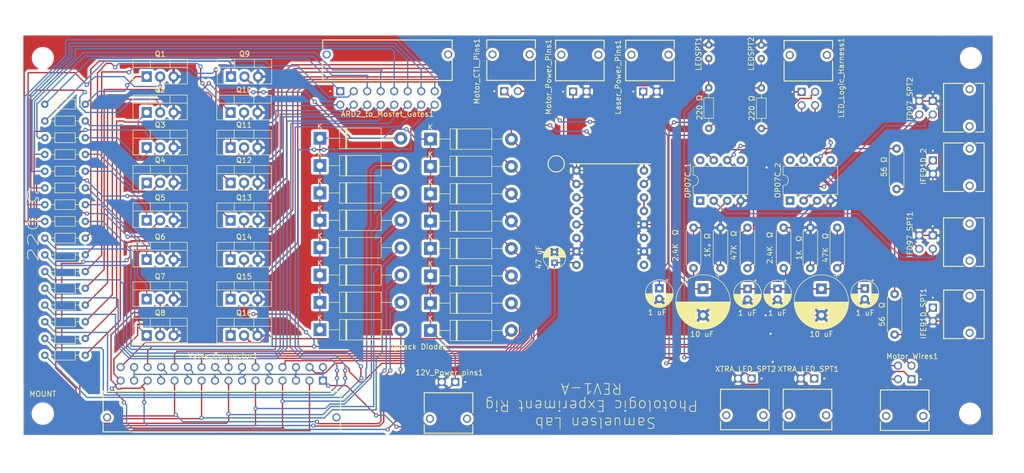
<source format=kicad_pcb>
(kicad_pcb (version 20221018) (generator pcbnew)
  (layers (0 "F.Cu" signal) (31 "B.Cu" signal) (34 "B.Paste" user) (35 "F.Paste" user) (36 "B.SilkS" user "B.Silkscreen") (37 "F.SilkS" user "F.Silkscreen") (38 "B.Mask" user) (39 "F.Mask" user) (44 "Edge.Cuts" user))
  (net 0 "")
  (net 1 "/+12V")
  (net 2 "/12V_GND")
  (net 3 "/5V_ARD1")
  (net 4 "/5V_ARD2")
  (net 5 "/D97_OUT_1")
  (net 6 "/D97_OUT_2")
  (net 7 "/OUT_ARDUINO_SPT1")
  (net 8 "/OUT_ARDUINO_SPT2")
  (net 10 "Net-(MOTOR_DRIVER1-Pin_13)")
  (net 11 "/MOTOR_STEP")
  (net 12 "/MOTOR_DIR")
  (net 14 "/R1_P3")
  (net 18 "/R5_P3")
  (net 21 "/E91D_2_SOURCE")
  (net 22 "/E91D_1_SOURCE")
  (net 23 "/MOTOR_PK")
  (net 24 "/MOTOR_PKWT")
  (net 25 "/MOTOR_GN")
  (net 26 "/MOTOR_GNWT")
  (net 27 "/V1 GND")
  (net 28 "/V2 GND")
  (net 29 "/V3 GND")
  (net 30 "/V4 GND")
  (net 31 "/V5 GND")
  (net 32 "/V6 GND")
  (net 33 "/V7 GND")
  (net 34 "/V8 GND")
  (net 35 "/V1_Gate")
  (net 36 "/V2_Gate")
  (net 37 "/V3_Gate")
  (net 38 "/V4_Gate")
  (net 39 "/V5_Gate")
  (net 40 "/V6_Gate")
  (net 41 "/V7_Gate")
  (net 42 "/V8_Gate")
  (net 43 "/V10_Gate")
  (net 44 "/V11_Gate")
  (net 45 "/V12_Gate")
  (net 46 "/V13_Gate")
  (net 47 "/V14_Gate")
  (net 48 "/V15_Gate")
  (net 49 "/V16_Gate")
  (net 50 "/V9 GND")
  (net 51 "/V10 GND")
  (net 52 "/V11 GND")
  (net 53 "/V12 GND")
  (net 54 "/V13 GND")
  (net 55 "/V14 GND")
  (net 56 "/V15 GND")
  (net 57 "/V16 GND")
  (net 58 "/V9_Gate")
  (net 59 "/SPT1_LED")
  (net 60 "/SPT2_LED")
  (net 61 "/XTRA_SPT1_LED")
  (net 62 "/XTRA_SPT2_LED")
  (net 63 "Net-(Q1-G)")
  (net 64 "Net-(Q2-G)")
  (net 65 "Net-(Q3-G)")
  (net 66 "Net-(Q4-G)")
  (net 67 "Net-(Q5-G)")
  (net 68 "Net-(Q6-G)")
  (net 69 "Net-(Q7-G)")
  (net 70 "Net-(Q8-G)")
  (net 71 "Net-(Q9-G)")
  (net 72 "Net-(Q10-G)")
  (net 73 "Net-(Q11-G)")
  (net 74 "Net-(Q12-G)")
  (net 75 "Net-(Q13-G)")
  (net 76 "Net-(Q14-G)")
  (net 77 "Net-(Q15-G)")
  (net 78 "Net-(Q16-G)")
  (footprint "Resistor_THT:R_Axial_DIN0204_L3.6mm_D1.6mm_P2.54mm_Vertical" (layer "F.Cu") (at 216.8 71.14 90)
    (fp_text reference "LEDSPT2")
    (fp_text value "Conn_01x02")
  )
  (footprint "Resistor_THT:R_Axial_DIN0204_L3.6mm_D1.6mm_P7.62mm_Horizontal" (layer "F.Cu") (at 81.89 86.05)
    (fp_text reference "R11" hide)
    (fp_text value "220 Ω")
  )
  (footprint "Samtech Components:SAMTEC_IPL1-102-01-X-D-RE1-K-WT" (layer "F.Cu") (at 243.8 130.2375 180)
    (fp_text reference "Motor_Wires1")
    (fp_text value "IPL1-102-01-X-D-RE1-K-WT")
  )
  (footprint "Samtech Components:SAMTEC_IPL1-102-01-X-D-RE1-K-WT" (layer "F.Cu") (at 247.81 105.7 -90)
    (fp_text reference "IFD97_SPT1")
    (fp_text value "IPL1-102-01-X-D-RE1-K-WT")
  )
  (footprint "Final_PCB_Footprint:TO-220-3_Vertical" (layer "F.Cu") (at 116.945 74.545)
    (fp_text reference "Q9")
    (fp_text value "Q_NMOS_GDS")
  )
  (footprint "Package_DIP:DIP-8_W7.62mm" (layer "F.Cu") (at 205.3 97.9 90)
    (fp_text reference "OP07C_1")
    (fp_text value "Conn_02x04_Counter_Clockwise")
  )
  (footprint "Samtech Components:SAMTEC_IPL1-108-01-L-D-RE1-K-WT" (layer "F.Cu") (at 146.4 78.5625)
    (fp_text reference "ARD2_to_Mosfet_Gates1")
    (fp_text value "IPL1-108-01-L-D-RE1-K-WT")
  )
  (footprint "Final_PCB_Footprint:TO-220-3_Vertical" (layer "F.Cu") (at 101.06 74.545)
    (fp_text reference "Q1")
    (fp_text value "Q_NMOS_GDS")
  )
  (footprint "Samtech Components:SAMTEC_IPL1-102-01-X-D-RE1-K-WT" (layer "F.Cu") (at 247.81 80.395 -90)
    (fp_text reference "IFD97_SPT2")
    (fp_text value "IPL1-102-01-X-D-RE1-K-WT")
  )
  (footprint "MountingHole:MountingHole_3.7mm" (layer "F.Cu") (at 81.5 138)
    (fp_text reference "MOUNT")
    (fp_text value "MountingHole_3.7mm")
  )
  (footprint "Resistor_THT:R_Axial_DIN0204_L3.6mm_D1.6mm_P7.62mm_Horizontal" (layer "F.Cu") (at 206.9 84.2676 90)
    (fp_text reference "R25" hide)
    (fp_text value "220 Ω")
  )
  (footprint "Samtech Components:SAMTEC_IPL1-102-01-L-S-RE1-K-WT" (layer "F.Cu") (at 225.495 131.38 180)
    (fp_text reference "XTRA_LED_SPT1")
    (fp_text value "IPL1-102-01-L-S-RE1-K-WT")
  )
  (footprint "Resistor_THT:R_Axial_DIN0207_L6.3mm_D2.5mm_P7.62mm_Horizontal" (layer "F.Cu") (at 226.0216 110.5952 90)
    (fp_text reference "R6" hide)
    (fp_text value "1K  Ω")
  )
  (footprint "Capacitor_THT:CP_Radial_D10.0mm_P5.00mm" (layer "F.Cu") (at 205.825 114.468323 -90)
    (fp_text reference "C2" hide)
    (fp_text value "10 uF")
  )
  (footprint "Final_PCB_Footprint:Motor_Driver_A4988" (layer "F.Cu") (at 188.33 101.12)
    (fp_text reference "MOTOR_DRIVER1" hide)
    (fp_text value "Conn_02x08_Counter_Clockwise" hide)
  )
  (footprint "Resistor_THT:R_Axial_DIN0207_L6.3mm_D2.5mm_P7.62mm_Horizontal" (layer "F.Cu") (at 242.2725 88.085 -90)
    (fp_text reference "R8" hide)
    (fp_text value " 56 Ω")
  )
  (footprint "Samtech Components:SAMTEC_IPL1-102-01-L-S-RE1-K-WT" (layer "F.Cu") (at 182.626 77.343)
    (fp_text reference "Motor_Power_Pins1")
    (fp_text value "IPL1-102-01-L-S-RE1-K-WT")
  )
  (footprint "Final_PCB_Footprint:TO-220-3_Vertical" (layer "F.Cu") (at 101.06 123.29)
    (fp_text reference "Q8")
    (fp_text value "Q_NMOS_GDS")
  )
  (footprint "Diode_THT:D_DO-15_P15.24mm_Horizontal" (layer "F.Cu") (at 133.68 86.15)
    (fp_text reference "D1" hide)
    (fp_text value "MBR0540")
  )
  (footprint "Resistor_THT:R_Axial_DIN0204_L3.6mm_D1.6mm_P7.62mm_Horizontal" (layer "F.Cu") (at 81.89 95.5)
    (fp_text reference "R14" hide)
    (fp_text value "220 Ω")
  )
  (footprint "Final_PCB_Footprint:TO-220-3_Vertical" (layer "F.Cu") (at 101.06 81.29)
    (fp_text reference "Q2")
    (fp_text value "Q_NMOS_GDS")
  )
  (footprint "Resistor_THT:R_Axial_DIN0204_L3.6mm_D1.6mm_P7.62mm_Horizontal" (layer "F.Cu") (at 81.89 82.9)
    (fp_text reference "R10" hide)
    (fp_text value "220 Ω" hide)
  )
  (footprint "MountingHole:MountingHole_3.7mm" (layer "F.Cu") (at 81.5086 71.0438)
    (fp_text reference "REF**" hide)
    (fp_text value "MountingHole_3.7mm")
  )
  (footprint "Resistor_THT:R_Axial_DIN0204_L3.6mm_D1.6mm_P7.62mm_Horizontal" (layer "F.Cu") (at 81.89 79.75)
    (fp_text reference "R9" hide)
    (fp_text value "220 Ω")
  )
  (footprint "Resistor_THT:R_Axial_DIN0204_L3.6mm_D1.6mm_P7.62mm_Horizontal" (layer "F.Cu") (at 81.89 114.4)
    (fp_text reference "R20" hide)
    (fp_text value "220 Ω")
  )
  (footprint "Resistor_THT:R_Axial_DIN0207_L6.3mm_D2.5mm_P7.62mm_Horizontal" (layer "F.Cu") (at 214.19 110.61 90)
    (fp_text reference "R3" hide)
    (fp_text value "47K  Ω")
  )
  (footprint "Diode_THT:D_DO-15_P15.24mm_Horizontal" (layer "F.Cu") (at 154.5 86.3)
    (fp_text reference "D9" hide)
    (fp_text value "MBR0540")
  )
  (footprint "Diode_THT:D_DO-15_P15.24mm_Horizontal" (layer "F.Cu") (at 133.68 117.05)
    (fp_text reference "D7" hide)
    (fp_text value "MBR0540")
  )
  (footprint "Diode_THT:D_DO-15_P15.24mm_Horizontal" (layer "F.Cu") (at 154.5 117.2)
    (fp_text reference "D15" hide)
    (fp_text value "MBR0540")
  )
  (footprint "Resistor_THT:R_Axial_DIN0207_L6.3mm_D2.5mm_P7.62mm_Horizontal" (layer "F.Cu") (at 241.9 115.49 -90)
    (fp_text reference "R4" hide)
    (fp_text value "56  Ω")
  )
  (footprint "Resistor_THT:R_Axial_DIN0207_L6.3mm_D2.5mm_P7.62mm_Horizontal" (layer "F.Cu") (at 204.03 110.61 90)
    (fp_text reference "R1" hide)
    (fp_text value "2.4K  Ω")
  )
  (footprint "Diode_THT:D_DO-15_P15.24mm_Horizontal" (layer "F.Cu") (at 154.5 96.6)
    (fp_text reference "D11" hide)
    (fp_text value "MBR0540")
  )
  (footprint "Diode_THT:D_DO-15_P15.24mm_Horizontal" (layer "F.Cu") (at 133.68 91.3)
    (fp_text reference "D2" hide)
    (fp_text value "MBR0540")
  )
  (footprint "Samtech Components:SAMTEC_IPL1-102-01-L-S-RE1-K-WT" (layer "F.Cu") (at 157.9 132.0375 180)
    (fp_text reference "12V_Power_pins1")
    (fp_text value "IPL1-102-01-L-S-RE1-K-WT")
  )
  (footprint "Samtech Components:SAMTEC_IPL1-102-01-L-S-RE1-K-WT" (layer "F.Cu") (at 249.1 91.595 -90)
    (fp_text reference "IFE91D_2")
    (fp_text value "IPL1-102-01-L-S-RE1-K-WT")
  )
  (footprint "Capacitor_THT:CP_Radial_D5.0mm_P2.00mm" (layer "F.Cu") (at 236.275 114.455888 -90)
    (fp_text reference "C4" hide)
    (fp_text value "1 uF")
  )
  (footprint "Capacitor_THT:CP_Radial_D5.0mm_P2.00mm" (layer "F.Cu") (at 219.85 114.486 -90)
    (fp_text reference "C6" hide)
    (fp_text value "1 uF")
  )
  (footprint "Resistor_THT:R_Axial_DIN0204_L3.6mm_D1.6mm_P2.54mm_Vertical" (layer "F.Cu") (at 206.9 71.1104 90)
    (fp_text reference "LEDSPT1")
    (fp_text value "Conn_01x02")
  )
  (footprint "Final_PCB_Footprint:TO-220-3_Vertical" (layer "F.Cu") (at 101.06 116.445)
    (fp_text reference "Q7")
    (fp_text value "Q_NMOS_GDS")
  )
  (footprint "Resistor_THT:R_Axial_DIN0207_L6.3mm_D2.5mm_P7.62mm_Horizontal" (layer "F.Cu") (at 220.9916 110.5952 90)
    (fp_text reference "R5" hide)
    (fp_text value "2.4K  Ω")
  )
  (footprint "Samtech Components:SAMTEC_IPL1-102-01-L-S-RE1-K-WT" (layer "F.Cu") (at 169.672 77.278)
    (fp_text reference "Motor_CTL_Pins1")
    (fp_text value "IPL1-102-01-L-S-RE1-K-WT")
  )
  (footprint "Final_PCB_Footprint:TO-220-3_Vertical" (layer "F.Cu") (at 101.06 108.995)
    (fp_text reference "Q6")
    (fp_text value "Q_NMOS_GDS")
  )
  (footprint "Diode_THT:D_DO-15_P15.24mm_Horizontal" (layer "F.Cu") (at 154.5 112.05)
    (fp_text reference "D14" hide)
    (fp_text value "MBR0540")
  )
  (footprint "Package_DIP:DIP-8_W7.62mm" (layer "F.Cu") (at 222.2216 97.8852 90)
    (fp_text reference "OP07C_2")
    (fp_text value "Conn_02x04_Counter_Clockwise")
  )
  (footprint "Diode_THT:D_DO-15_P15.24mm_Horizontal" (layer "F.Cu") (at 154.5 122.35)
    (fp_text reference "D16" hide)
    (fp_text value "MBR0540")
  )
  (footprint "Resistor_THT:R_Axial_DIN0204_L3.6mm_D1.6mm_P7.62mm_Horizontal" (layer "F.Cu") (at 81.89 120.7)
    (fp_text reference "R22" hide)
    (fp_text value "220 Ω")
  )
  (footprint "Diode_THT:D_DO-15_P15.24mm_Horizontal" (layer "F.Cu") (at 154.5 101.75)
    (fp_text reference "D12" hide)
    (fp_text value "MBR0540")
  )
  (footprint "Final_PCB_Footprint:TO-220-3_Vertical" (layer "F.Cu") (at 101.06 94.535)
    (fp_text reference "Q4")
    (fp_text value "Q_NMOS_GDS")
  )
  (footprint "Final_PCB_Footprint:TO-220-3_Vertical" (layer "F.Cu") (at 116.86 81.3)
    (fp_text reference "Q10")
    (fp_text value "Q_NMOS_GDS")
  )
  (footprint "Final_PCB_Footprint:TO-220-3_Vertical" (layer "F.Cu") (at 116.86 109.005)
    (fp_text reference "Q14")
    (fp_text value "Q_NMOS_GDS")
  )
  (footprint "Diode_THT:D_DO-15_P15.24mm_Horizontal" (layer "F.Cu") (at 133.68 111.9)
    (fp_text reference "D6" hide)
    (fp_text value "MBR0540")
  )
  (footprint "Diode_THT:D_DO-15_P15.24mm_Horizontal" (layer "F.Cu") (at 133.68 122.2)
    (fp_text reference "D8" hide)
    (fp_text value "MBR0540")
  )
  (footprint "Samtech Components:SAMTEC_IPL1-116-01-X-D-RE1-K-WT" (layer "F.Cu") (at 115.21 130.51 180)
    (fp_text reference "Valve_Connector1")
    (fp_text value "IPL1-116-01-X-D-RE1-K-WT")
  )
  (footprint "Final_PCB_Footprint:TO-220-3_Vertical" (layer "F.Cu") (at 101.06 87.89)
    (fp_text reference "Q3")
    (fp_text value "Q_NMOS_GDS")
  )
  (footprint "Diode_THT:D_DO-15_P15.24mm_Horizontal" (layer "F.Cu") (at 133.68 106.75)
    (fp_text reference "D5" hide)
    (fp_text value "MBR0540")
  )
  (footprint "Capacitor_THT:CP_Radial_D10.0mm_P5.00mm" (layer "F.Cu") (at 228.105 114.479888 -90)
    (fp_text reference "C5" hide)
    (fp_text value "10 uF")
  )
  (footprint "Samtech Components:SAMTEC_IPL1-102-01-L-S-RE1-K-WT" (layer "F.Cu") (at 249.1 119.3 -90)
    (fp_text reference "IFE91D_SPT1")
    (fp_text value "IPL1-102-01-L-S-RE1-K-WT")
  )
  (footprint "Resistor_THT:R_Axial_DIN0204_L3.6mm_D1.6mm_P7.62mm_Horizontal" (layer "F.Cu") (at 81.89 117.55)
    (fp_text reference "R21" hide)
    (fp_text value "220 Ω")
  )
  (footprint "Final_PCB_Footprint:TO-220-3_Vertical" (layer "F.Cu") (at 116.86 101.6)
    (fp_text reference "Q13")
    (fp_text value "Q_NMOS_GDS")
  )
  (footprint "Samtech Components:SAMTEC_IPL1-102-01-L-S-RE1-K-WT" (layer "F.Cu") (at 195.834 77.343)
    (fp_text reference "Laser_Power_Pins1")
    (fp_text value "IPL1-102-01-L-S-RE1-K-WT")
  )
  (footprint "Diode_THT:D_DO-15_P15.24mm_Horizontal" (layer "F.Cu") (at 133.68 101.6)
    (fp_text reference "D4" hide)
    (fp_text value "MBR0540")
  )
  (footprint "Resistor_THT:R_Axial_DIN0207_L6.3mm_D2.5mm_P7.62mm_Horizontal" (layer "F.Cu") (at 209.11 110.61 90)
    (fp_text reference "R2" hide)
    (fp_text value "1K  Ω")
  )
  (footprint "MountingHole:MountingHole_3.7mm" (layer "F.Cu") (at 256.2606 71.0438)
    (fp_text reference "REF**" hide)
    (fp_text value "MountingHole_3.7mm")
  )
  (footprint "Resistor_THT:R_Axial_DIN0204_L3.6mm_D1.6mm_P7.62mm_Horizontal" (layer "F.Cu") (at 216.8 84.2972 90)
    (fp_text reference "R26" hide)
    (fp_text value "220 Ω")
  )
  (footprint "Final_PCB_Footprint:TO-220-3_Vertical" (layer "F.Cu") (at 116.86 87.9)
    (fp_text reference "Q11")
    (fp_text value "Q_NMOS_GDS")
  )
  (footprint "Final_PCB_Footprint:TO-220-3_Vertical" (layer "F.Cu") (at 116.86 116.455)
    (fp_text reference "Q15")
    (fp_text value "Q_NMOS_GDS")
  )
  (footprint "Final_PCB_Footprint:TO-220-3_Vertical" (layer "F.Cu") (at 116.86 123.3)
    (fp_text reference "Q16")
    (fp_text value "Q_NMOS_GDS")
  )
  (footprint "Resistor_THT:R_Axial_DIN0207_L6.3mm_D2.5mm_P7.62mm_Horizontal" (layer "F.Cu") (at 231.1016 110.5952 90)
    (fp_text reference "R7" hide)
    (fp_text value "47K  Ω")
  )
  (footprint "Diode_THT:D_DO-15_P15.24mm_Horizontal" (layer "F.Cu") (at 133.68 96.45)
    (fp_text reference "D3" hide)
    (fp_text value "MBR0540")
  )
  (footprint "Resistor_THT:R_Axial_DIN0204_L3.6mm_D1.6mm_P7.62mm_Horizontal" (layer "F.Cu") (at 81.89 98.65)
    (fp_text reference "R15" hide)
    (fp_text value "220 Ω")
  )
  (footprint "MountingHole:MountingHole_3.7mm" (layer "F.Cu") (at 256.1 138)
    (fp_text reference "REF**" hide)
    (fp_text value "MountingHole_3.7mm")
  )
  (footprint "Resistor_THT:R_Axial_DIN0204_L3.6mm_D1.6mm_P7.62mm_Horizontal" (layer "F.Cu") (at 81.89 92.35)
    (fp_text reference "R13" hide)
    (fp_text value "220 Ω")
  )
  (footprint "Final_PCB_Footprint:TO-220-3_Vertical" (layer "F.Cu") (at 101.06 101.59)
    (fp_text reference "Q5")
    (fp_text value "Q_NMOS_GDS")
  )
  (footprint "Resistor_THT:R_Axial_DIN0204_L3.6mm_D1.6mm_P7.62mm_Horizontal" (layer "F.Cu") (at 81.89 89.2)
    (fp_text reference "R12" hide)
    (fp_text value "220 Ω")
  )
  (footprint "Capacitor_THT:CP_Radial_D5.0mm_P2.00mm" (layer "F.Cu") (at 197.595 114.394323 -90)
    (fp_text reference "C3" hide)
    (fp_text value "1 uF ")
  )
  (footprint "Samtech Components:SAMTEC_IPL1-102-01-X-D-RE1-K-WT" (layer "F.Cu") (at 225.65 78.6625)
    (fp_text reference "LED_Logic_Harness1")
    (fp_text value "IPL1-102-01-X-D-RE1-K-WT")
  )
  (footprint "Resistor_THT:R_Axial_DIN0204_L3.6mm_D1.6mm_P7.62mm_Horizontal" (layer "F.Cu") (at 81.89 104.95)
    (fp_text reference "R17" hide)
    (fp_text value "220 Ω")
  )
  (footprint "Diode_THT:D_DO-15_P15.24mm_Horizontal" (layer "F.Cu") (at 154.5 106.9)
    (fp_text reference "D13" hide)
    (fp_text value "MBR0540")
  )
  (footprint "Resistor_THT:R_Axial_DIN0204_L3.6mm_D1.6mm_P7.62mm_Horizontal" (layer "F.Cu") (at 81.89 123.85)
    (fp_text reference "R23" hide)
    (fp_text value "220 Ω")
  )
  (footprint "Diode_THT:D_DO-15_P15.24mm_Horizontal" (layer "F.Cu") (at 154.5 91.45)
    (fp_text reference "D10" hide)
    (fp_text value "MBR0540")
  )
  (footprint "Capacitor_THT:CP_Radial_D4.0mm_P2.00mm" (layer "F.Cu") (at 177.85 109.5726 90)
    (fp_text reference "C7" hide)
    (fp_text value "47 uF")
  )
  (footprint "Resistor_THT:R_Axial_DIN0204_L3.6mm_D1.6mm_P7.62mm_Horizontal" (layer "F.Cu") (at 81.89 101.8)
    (fp_text reference "R16" hide)
    (fp_text value "220 Ω")
  )
  (footprint "Samtech Components:SAMTEC_IPL1-102-01-L-S-RE1-K-WT" (layer "F.Cu") (at 213.69 131.38 180)
    (fp_text reference "XTRA_LED_SPT2")
    (fp_text value "IPL1-102-01-L-S-RE1-K-WT")
  )
  (footprint "Resistor_THT:R_Axial_DIN0204_L3.6mm_D1.6mm_P7.62mm_Horizontal" (layer "F.Cu") (at 81.89 127)
    (fp_text reference "R24" hide)
    (fp_text value "220 Ω")
  )
  (footprint "Resistor_THT:R_Axial_DIN0204_L3.6mm_D1.6mm_P7.62mm_Horizontal" (layer "F.Cu") (at 81.89 108.1)
    (fp_text reference "R18" hide)
    (fp_text value "220 Ω")
  )
  (footprint "Capacitor_THT:CP_Radial_D5.0mm_P2.00mm" (layer "F.Cu") (at 214.21 114.51 -90)
    (fp_text reference "C1" hide)
    (fp_text value "1 uF")
  )
  (footprint "Final_PCB_Footprint:TO-220-3_Vertical" (layer "F.Cu") (at 116.86 94.545)
    (fp_text reference "Q12")
    (fp_text value "Q_NMOS_GDS")
  )
  (footprint "Resistor_THT:R_Axial_DIN0204_L3.6mm_D1.6mm_P7.62mm_Horizontal" (layer "F.Cu") (at 81.89 111.25)
    (fp_text reference "R19" hide)
    (fp_text value "220 Ω")
  )
  (gr_line (start 260.4008 142) (end 260.4008 140.2334) (stroke (width 0.1)) (layer "Edge.Cuts"))
  (gr_line (start 77.8764 142.0254) (end 83.7184 142.0508) (stroke (width 0.1)) (layer "Edge.Cuts"))
  (gr_line (start 260.4008 140.2334) (end 260.3754 66.802) (stroke (width 0.1)) (layer "Edge.Cuts"))
  (gr_line (start 77.8764 142.0254) (end 77.8764 140.2588) (stroke (width 0.1)) (layer "Edge.Cuts"))
  (gr_line (start 260.3754 66.802) (end 77.8256 66.7766) (stroke (width 0.1)) (layer "Edge.Cuts"))
  (gr_line (start 77.8256 66.7766) (end 77.8764 140.2588) (stroke (width 0.1)) (layer "Edge.Cuts"))
  (gr_line (start 83.7184 142.0508) (end 260.4008 142) (stroke (width 0.1)) (layer "Edge.Cuts"))
  (gr_text "Samuelsen Lab \nPhotologic Experiment Rig\nREV1-A" (at 184.8 132.1 180) (layer "F.SilkS") (effects (font (size 2 2)) (justify bottom)))
  (gr_text "Flyback Diodes\n" (at 146.177 125.984) (layer "F.SilkS") (effects (font (size 1 1)) (justify left bottom)))
  (segment (start 154.432 136.144) (end 155.0635 136.144) (width 0.25) (layer "F.Cu") (net 1))
  (segment (start 135.255 132.715) (end 138.684 132.715) (width 0.25) (layer "F.Cu") (net 1))
  (segment (start 148.082 140.462) (end 150.114 140.462) (width 0.25) (layer "F.Cu") (net 1))
  (segment (start 150.114 140.462) (end 154.432 136.144) (width 0.25) (layer "F.Cu") (net 1))
  (segment (start 149.987 84.455) (end 151.832 86.3) (width 0.25) (layer "F.Cu") (net 1))
  (segment (start 138.684 132.715) (end 144.272 138.303) (width 0.25) (layer "F.Cu") (net 1))
  (segment (start 177.85 109.5726) (end 181.5726 109.5726) (width 0.25) (layer "F.Cu") (net 1))
  (segment (start 151.832 86.3) (end 154.5 86.3) (width 0.25) (layer "F.Cu") (net 1))
  (segment (start 155.0635 136.144) (end 159.17 132.0375) (width 0.25) (layer "F.Cu") (net 1))
  (segment (start 181.5726 109.5726) (end 182 110) (width 0.25) (layer "F.Cu") (net 1))
  (via (at 144.272 138.303) (size 0.8) (drill 0.4) (layers "F.Cu" "B.Cu") (net 1))
  (via (at 135.255 132.715) (size 0.8) (drill 0.4) (layers "F.Cu" "B.Cu") (net 1))
  (via (at 149.987 84.455) (size 0.8) (drill 0.4) (layers "F.Cu" "B.Cu") (net 1))
  (via (at 148.082 140.462) (size 0.8) (drill 0.4) (layers "F.Cu" "B.Cu") (net 1))
  (segment (start 124.1 130.2) (end 124.5 130.6) (width 0.25) (layer "B.Cu") (net 1))
  (segment (start 154.5 122.35) (end 157.7 125.55) (width 0.25) (layer "B.Cu") (net 1))
  (segment (start 134.32 131.78) (end 135.255 132.715) (width 0.25) (layer "B.Cu") (net 1))
  (segment (start 115.1 130.6) (end 118.4 130.6) (width 0.25) (layer "B.Cu") (net 1))
  (segment (start 123.6 130.6) (end 124.5 130.6) (width 0.25) (layer "B.Cu") (net 1))
  (segment (start 144.272 138.303) (end 145.923 138.303) (width 0.25) (layer "B.Cu") (net 1))
  (segment (start 157.7 125.6) (end 171.9 125.6) (width 0.25) (layer "B.Cu") (net 1))
  (segment (start 119.02 131.78) (end 119.02 131.28) (width 0.25) (layer "B.Cu") (net 1))
  (segment (start 103.4 130.6) (end 104.8 130.6) (width 0.25) (layer "B.Cu") (net 1))
  (segment (start 98.7 130.6) (end 103.4 130.6) (width 0.25) (layer "B.Cu") (net 1))
  (segment (start 119.02 131.28) (end 119.7 130.6) (width 0.25) (layer "B.Cu") (net 1))
  (segment (start 145.923 138.303) (end 148.082 140.462) (width 0.25) (layer "B.Cu") (net 1))
  (segment (start 108.86 131.78) (end 108.86 131.06) (width 0.25) (layer "B.Cu") (net 1))
  (segment (start 129.18 130.98) (end 128.8 130.6) (width 0.25) (layer "B.Cu") (net 1))
  (segment (start 129.2 130.6) (end 134.2 130.6) (width 0.25) (layer "B.Cu") (net 1))
  (segment (start 124.5 130.6) (end 128.8 130.6) (width 0.25) (layer "B.Cu") (net 1))
  (segment (start 124.1 131.78) (end 124.1 131.1) (width 0.25) (layer "B.Cu") (net 1))
  (segment (start 98.7 130.6) (end 98.7 131.78) (width 0.25) (layer "B.Cu") (net 1))
  (segment (start 109.7 130.08) (end 109.7 130.6) (width 0.25) (layer "B.Cu") (net 1))
  (segment (start 157.7 125.55) (end 157.7 125.6) (width 0.25) (layer "B.Cu") (net 1))
  (segment (start 108.4 130.6) (end 109.7 130.6) (width 0.25) (layer "B.Cu") (net 1))
  (segment (start 159.17 127.07) (end 159.17 132.0375) (width 0.25) (layer "B.Cu") (net 1))
  (segment (start 119.02 129.98) (end 118.4 130.6) (width 0.25) (layer "B.Cu") (net 1))
  (segment (start 134.3 130.5) (end 134.26 130.46) (width 0.25) (layer "B.Cu") (net 1))
  (segment (start 113.94 129.24) (end 115.1 130.4) (width 0.25) (layer "B.Cu") (net 1))
  (segment (start 108.86 129.24) (end 109.7 130.08) (width 0.25) (layer "B.Cu") (net 1))
  (segment (start 113.7 130.6) (end 115.1 130.6) (width 0.25) (layer "B.Cu") (net 1))
  (segment (start 134.26 130.46) (end 134.26 129.24) (width 0.25) (layer "B.Cu") (net 1))
  (segment (start 103.78 129.24) (end 104.8 130.26) (width 0.25) (layer "B.Cu") (net 1))
  (segment (start 129.18 129.24) (end 129.18 130.58) (width 0.25) (layer "B.Cu") (net 1))
  (segment (start 133.68 86.15) (end 145.625 86.15) (width 0.25) (layer "B.Cu") (net 1))
  (segment (start 113.94 131.78) (end 113.94 130.84) (width 0.25) (layer "B.Cu") (net 1))
  (segment (start 98.7 129.24) (end 98.7 130.6) (width 0.25) (layer "B.Cu") (net 1))
  (segment (start 134.2 130.6) (end 134.3 130.5) (width 0.25) (layer "B.Cu") (net 1))
  (segment (start 128.8 130.6) (end 129.2 130.6) (width 0.25) (layer "B.Cu") (net 1))
  (segment (start 133.68 86.15) (end 133.68 122.2) (width 0.25) (layer "B.Cu") (net 1))
  (segment (start 134.26 130.66) (end 134.2 130.6) (width 0.25) (layer "B.Cu") (net 1))
  (segment (start 177.85 114.07) (end 177.85 109.5726) (width 0.25) (layer "B.Cu") (net 1))
  (segment (start 103.78 130.98) (end 103.4 130.6) (width 0.25) (layer "B.Cu") (net 1))
  (segment (start 104.8 130.6) (end 108.4 130.6) (width 0.25) (layer "B.Cu") (net 1))
  (segment (start 147.32 84.455) (end 149.987 84.455) (width 0.25) (layer "B.Cu") (net 1))
  (segment (start 129.18 131.78) (end 129.18 130.98) (width 0.25) (layer "B.Cu") (net 1))
  (segment (start 124.1 129.24) (end 124.1 130.2) (width 0.25) (layer "B.Cu") (net 1))
  (segment (start 124.1 131.1) (end 123.6 130.6) (width 0.25) (layer "B.Cu") (net 1))
  (segment (start 103.78 131.78) (end 103.78 130.98) (width 0.25) (layer "B.Cu") (net 1))
  (segment (start 109.7 130.6) (end 113.7 130.6) (width 0.25) (layer "B.Cu") (net 1))
  (segment (start 157.7 125.6) (end 159.17 127.07) (width 0.25) (layer "B.Cu") (net 1))
  (segment (start 154.5 122.35) (end 154.5 86.3) (width 0.25) (layer "B.Cu") (net 1))
  (segment (start 177.89 114.11) (end 177.85 114.07) (width 0.25) (layer "B.Cu") (net 1))
  (segment (start 113.94 130.84) (end 113.7 130.6) (width 0.25) (layer "B.Cu") (net 1))
  (segment (start 108.86 131.06) (end 108.4 130.6) (width 0.25) (layer "B.Cu") (net 1))
  (segment (start 177.89 119.61) (end 177.89 114.11) (width 0.25) (layer "B.Cu") (net 1))
  (segment (start 115.1 130.4) (end 115.1 130.6) (width 0.25) (layer "B.Cu") (net 1))
  (segment (start 118.4 130.6) (end 119.7 130.6) (width 0.25) (layer "B.Cu") (net 1))
  (segment (start 119.7 130.6) (end 123.6 130.6) (width 0.25) (layer "B.Cu") (net 1))
  (segment (start 119.02 129.24) (end 119.02 129.98) (width 0.25) (layer "B.Cu") (net 1))
  (segment (start 134.26 131.78) (end 134.26 130.66) (width 0.25) (layer "B.Cu") (net 1))
  (segment (start 171.9 125.6) (end 177.89 119.61) (width 0.25) (layer "B.Cu") (net 1))
  (segment (start 129.18 130.58) (end 129.2 130.6) (width 0.25) (layer "B.Cu") (net 1))
  (segment (start 134.26 131.78) (end 134.32 131.78) (width 0.25) (layer "B.Cu") (net 1))
  (segment (start 104.8 130.26) (end 104.8 130.6) (width 0.25) (layer "B.Cu") (net 1))
  (segment (start 145.625 86.15) (end 147.32 84.455) (width 0.25) (layer "B.Cu") (net 1))
  (segment (start 196.014 76.253) (end 190.925 76.253) (width 0.25) (layer "F.Cu") (net 2))
  (segment (start 250.745 120.57) (end 250.825 120.65) (width 0.25) (layer "F.Cu") (net 2))
  (segment (start 249.1 92.865) (end 249.1 104.41) (width 0.25) (layer "F.Cu") (net 2))
  (segment (start 223.135 132.47) (end 224.225 131.38) (width 0.25) (layer "F.Cu") (net 2))
  (segment (start 250.825 120.65) (end 250.825 104.14) (width 0.25) (layer "F.Cu") (net 2))
  (segment (start 205.8766 68.5704) (end 206.9 68.5704) (width 0.25) (layer "F.Cu") (net 2))
  (segment (start 226.0216 101.7052) (end 229.8416 97.8852) (width 0.25) (layer "F.Cu") (net 2))
  (segment (start 202.751 116.394323) (end 197.595 116.394323) (width 0.25) (layer "F.Cu") (net 2))
  (segment (start 190.925 76.253) (end 189.992 76.253) (width 0.25) (layer "F.Cu") (net 2))
  (segment (start 169.722601 128.978847) (end 175.65 123.051448) (width 0.25) (layer "F.Cu") (net 2))
  (segment (start 175.6774 107.5726) (end 177.85 107.5726) (width 0.25) (layer "F.Cu") (net 2))
  (segment (start 182 107.46) (end 177.9626 107.46) (width 0.25) (layer "F.Cu") (net 2))
  (segment (start 212.42 131.38) (end 213.51 132.47) (width 0.25) (layer "F.Cu") (net 2))
  (segment (start 249.1 104.41) (end 249.08 104.43) (width 0.25) (layer "F.Cu") (net 2))
  (segment (start 189.992 76.253) (end 184.986 76.253) (width 0.25) (layer "F.Cu") (net 2))
  (segment (start 175.65 123.051448) (end 175.65 107.6) (width 0.25) (layer "F.Cu") (net 2))
  (segment (start 190.85 78.761) (end 190.85 76.328) (width 0.25) (layer "F.Cu") (net 2))
  (segment (start 209.11 101.71) (end 212.92 97.9) (width 0.25) (layer "F.Cu") (net 2))
  (segment (start 219.45 132.47) (end 223.135 132.47) (width 0.25) (layer "F.Cu") (net 2))
  (segment (start 223 119.479888) (end 222.843888 119.479888) (width 0.25) (layer "F.Cu") (net 2))
  (segment (start 213.51 132.47) (end 219.45 132.47) (width 0.25) (layer "F.Cu") (net 2))
  (segment (start 194.7 102.38) (end 197.562 102.38) (width 0.25) (layer "F.Cu") (net 2))
  (segment (start 209.11 102.99) (end 209.11 104.19) (width 0.25) (layer "F.Cu") (net 2))
  (segment (start 218.55 122.13) (end 218.55 122.95) (width 0.25) (layer "F.Cu") (net 2))
  (segment (start 197.104 77.343) (end 196.014 76.253) (width 0.25) (layer "F.Cu") (net 2))
  (segment (start 190.85 76.328) (end 190.925 76.253) (width 0.25) (layer "F.Cu") (net 2))
  (segment (start 222.843888 119.479888) (end 219.85 116.486) (width 0.25) (layer "F.Cu") (net 2))
  (segment (start 184.986 76.253) (end 183.896 77.343) (width 0.25) (layer "F.Cu") (net 2))
  (segment (start 246.54 104.43) (end 249.08 104.43) (width 0.25) (layer "F.Cu") (net 2))
  (segment (start 250.19 91.775) (end 249.1 92.865) (width 0.25) (layer "F.Cu") (net 2))
  (segment (start 209.11 102.99) (end 209.11 101.71) (width 0.25) (layer "F.Cu") (net 2))
  (segment (start 226.0216 102.9752) (end 226.0216 101.7052) (width 0.25) (layer "F.Cu") (net 2))
  (segment (start 209.11 104.19) (end 207 106.3) (width 0.25) (layer "F.Cu") (net 2))
  (segment (start 156.63 132.0375) (end 159.688653 128.978847) (width 0.25) (layer "F.Cu") (net 2))
  (segment (start 159.688653 128.978847) (end 169.722601 128.978847) (width 0.25) (layer "F.Cu") (net 2))
  (segment (start 197.681 102.261) (end 197.681 85.592) (width 0.25) (layer "F.Cu") (net 2))
  (segment (start 249.08 79.125) (end 246.54 79.125) (width 0.25) (layer "F.Cu") (net 2))
  (segment (start 218.95 131.97) (end 219.45 132.47) (width 0.25) (layer "F.Cu") (net 2))
  (segment (start 197.681 85.592) (end 190.85 78.761) (width 0.25) (layer "F.Cu") (net 2))
  (segment (start 177.9626 107.46) (end 177.85 107.5726) (width 0.25) (layer "F.Cu") (net 2))
  (segment (start 229.8416 97.8852) (end 229.8416 95.466295) (width 0.25) (layer "F.Cu") (net 2))
  (segment (start 214.21 116.51) (end 219.826 116.51) (width 0.25) (layer "F.Cu") (net 2))
  (segment (start 228.105 119.479888) (end 233.251 119.479888) (width 0.25) (layer "F.Cu") (net 2))
  (segment (start 175.65 107.6) (end 175.6774 107.5726) (width 0.25) (layer "F.Cu") (net 2))
  (segment (start 202.751 116.394323) (end 205.825 119.468323) (width 0.25) (layer "F.Cu") (net 2))
  (segment (start 218.95 128.25) (end 218.95 131.97) (width 0.25) (layer "F.Cu") (net 2))
  (segment (start 219.826 116.51) (end 219.85 116.486) (width 0.25) (layer "F.Cu") (net 2))
  (segment (start 249.1 120.57) (end 250.745 120.57) (width 0.25) (layer "F.Cu") (net 2))
  (segment (start 228.105 119.479888) (end 223 119.479888) (width 0.25) (layer "F.Cu") (net 2))
  (segment (start 250.535 104.43) (end 249.08 104.43) (width 0.25) (layer "F.Cu") (net 2))
  (segment (start 250.825 104.14) (end 250.535 104.43) (width 0.25) (layer "F.Cu") (net 2))
  (segment (start 182 92.22) (end 182 84.245) (width 0.25) (layer "F.Cu") (net 2))
  (segment (start 250.19 80.235) (end 250.19 91.775) (width 0.25) (layer "F.Cu") (net 2))
  (segment (start 197.562 102.38) (end 197.681 102.261) (width 0.25) (layer "F.Cu") (net 2))
  (segment (start 249.08 79.125) (end 250.19 80.235) (width 0.25) (layer "F.Cu") (net 2))
  (segment (start 217.606112 119.479888) (end 217.6 119.486) (width 0.25) (layer "F.Cu") (net 2))
  (segment (start 233.251 119.479888) (end 236.275 116.455888) (width 0.25) (layer "F.Cu") (net 2))
  (segment (start 229.8416 95.466295) (end 226.025305 91.65) (width 0.25) (layer "F.Cu") (net 2))
  (segment (start 197.104 77.343) (end 205.8766 68.5704) (width 0.25) (layer "F.Cu") (net 2))
  (segment (start 226.025305 91.65) (end 217.8 91.65) (width 0.25) (layer "F.Cu") (net 2))
  (segment (start 223 119.479888) (end 217.606112 119.479888) (width 0.25) (layer "F.Cu") (net 2))
  (segment (start 182 84.245) (end 189.992 76.253) (width 0.25) (layer "F.Cu") (net 2))
  (via (at 218.55 122.95) (size 0.8) (drill 0.4) (layers "F.Cu" "B.Cu") (net 2))
  (via (at 175.6774 107.5726) (size 0.8) (drill 0.4) (layers "F.Cu" "B.Cu") (net 2))
  (via (at 207 106.3) (size 0.8) (drill 0.4) (layers "F.Cu" "B.Cu") (net 2))
  (via (at 217.8 91.65) (size 0.8) (drill 0.4) (layers "F.Cu" "B.Cu") (net 2))
  (via (at 218.95 128.25) (size 0.8) (drill 0.4) (layers "F.Cu" "B.Cu") (net 2))
  (via (at 217.6 119.486) (size 0.8) (drill 0.4) (layers "F.Cu" "B.Cu") (net 2))
  (segment (start 175.6774 98.5426) (end 175.6774 107.5726) (width 0.25) (layer "B.Cu") (net 2))
  (segment (start 218.55 123.45) (end 218.55 127.85) (width 0.25) (layer "B.Cu") (net 2))
  (segment (start 182 92.22) (end 175.6774 98.5426) (width 0.25) (layer "B.Cu") (net 2))
  (segment (start 216.778 120.308) (end 218.55 122.08) (width 0.25) (layer "B.Cu") (net 2))
  (segment (start 187.62 102.38) (end 194.7 102.38) (width 0.25) (layer "B.Cu") (net 2))
  (segment (start 184.92 92.6) (end 184.4 92.6) (width 0.25) (layer "B.Cu") (net 2))
  (segment (start 218.075 106.536) (end 222.4608 106.536) (width 0.25) (layer "B.Cu") (net 2))
  (segment (start 215.7905 119.3205) (end 216.778 120.308) (width 0.25) (layer "B.Cu") (net 2))
  (segment (start 182 107.46) (end 194.7 107.46) (width 0.25) (layer "B.Cu") (net 2))
  (segment (start 194.7 102.38) (end 184.92 92.6) (width 0.25) (layer "B.Cu") (net 2))
  (segment (start 106.14 123.16) (end 107.6 121.7) (width 0.25) (layer "B.Cu") (net 2))
  (segment (start 211.5 68.6) (end 211.45 68.65) (width 0.25) (layer "B.Cu") (net 2))
  (segment (start 207 106.3) (end 207 110.53) (width 0.25) (layer "B.Cu") (net 2))
  (segment (start 215.642677 119.468323) (end 205.825 119.468323) (width 0.25) (layer "B.Cu") (net 2))
  (segment (start 216.778 120.308) (end 217.6 119.486) (width 0.25) (layer "B.Cu") (net 2))
  (segment (start 106.14 74.545) (end 106.14 123.29) (width 0.25) (layer "B.Cu") (net 2))
  (segment (start 222.4608 106.536) (end 226.0216 102.9752) (width 0.25) (layer "B.Cu") (net 2))
  (segment (start 107.6 121.7) (end 120.34 121.7) (width 0.25) (layer "B.Cu") (net 2))
  (segment (start 122.025 123.215) (end 121.94 123.3) (width 0.25) (layer "B.Cu") (net 2))
  (segment (start 211.3704 68.5704) (end 206.9 68.5704) (width 0.25) (layer "B.Cu") (net 2))
  (segment (start 215.7905 119.3205) (end 215.642677 119.468323) (width 0.25) (layer "B.Cu") (net 2))
  (segment (start 211.45 80.396769) (end 211.45 68.65) (width 0.25) (layer "B.Cu") (net 2))
  (segment (start 187.4 102.6) (end 187.62 102.38) (width 0.25) (layer "B.Cu") (net 2))
  (segment (start 184.02 92.22) (end 182 92.22) (width 0.25) (layer "B.Cu") (net 2))
  (segment (start 216.8 68.6) (end 211.5 68.6) (width 0.25) (layer "B.Cu") (net 2))
  (segment (start 218.55 122.08) (end 218.55 123.45) (width 0.25) (layer "B.Cu") (net 2))
  (segment (start 211.45 68.65) (end 211.3704 68.5704) (width 0.25) (layer "B.Cu") (net 2))
  (segment (start 182 107.46) (end 186.86 102.6) (width 0.25) (layer "B.Cu") (net 2))
  (segment (start 218.55 127.85) (end 218.95 128.25) (width 0.25) (layer "B.Cu") (net 2))
  (segment (start 217.8 86.746769) (end 211.45 80.396769) (width 0.25) (layer "B.Cu") (net 2))
  (segment (start 122.025 74.545) (end 122.025 123.215) (width 0.25) (layer "B.Cu") (net 2))
  (segment (start 207 110.53) (end 215.7905 119.3205) (width 0.25) (layer "B.Cu") (net 2))
  (segment (start 218.55 122.95) (end 218.55 123.45) (width 0.25) (layer "B.Cu") (net 2))
  (segment (start 120.34 121.7) (end 121.94 123.3) (width 0.25) (layer "B.Cu") (net 2))
  (segment (start 186.86 102.6) (end 187.4 102.6) (width 0.25) (layer "B.Cu") (net 2))
  (segment (start 217.6 119.486) (end 218.075 119.011) (width 0.25) (layer "B.Cu") (net 2))
  (segment (start 184.4 92.6) (end 184.02 92.22) (width 0.25) (layer "B.Cu") (net 2))
  (segment (start 217.8 91.65) (end 217.8 86.746769) (width 0.25) (layer "B.Cu") (net 2))
  (segment (start 218.075 119.011) (end 218.075 106.536) (width 0.25) (layer "B.Cu") (net 2))
  (segment (start 106.14 123.29) (end 106.14 123.16) (width 0.25) (layer "B.Cu") (net 2))
  (segment (start 224.7616 88.9616) (end 224.7616 90.2652) (width 0.25) (layer "F.Cu") (net 3))
  (segment (start 199.2 109.66) (end 204.05 114.51) (width 0.25) (layer "F.Cu") (net 3))
  (segment (start 205.53 87.97) (end 205.86 88.3) (width 0.25) (layer "F.Cu") (net 3))
  (segment (start 221.375 110.9786) (end 220.9916 110.5952) (width 0.25) (layer "F.Cu") (net 3))
  (segment (start 197.595 114.394323) (end 197.595 111.265) (width 0.25) (layer "F.Cu") (net 3))
  (segment (start 221.375 114.51) (end 221.375 110.9786) (width 0.25) (layer "F.Cu") (net 3))
  (segment (start 199.2 85.6) (end 203.16 85.6) (width 0.25) (layer "F.Cu") (net 3))
  (segment (start 204.05 114.51) (end 214.21 114.51) (width 0.25) (layer "F.Cu") (net 3))
  (segment (start 239.2 88.085) (end 242.2725 88.085) (width 0.25) (layer "F.Cu") (net 3))
  (segment (start 203.16 85.6) (end 205.53 87.97) (width 0.25) (layer "F.Cu") (net 3))
  (segment (start 197.595 111.265) (end 199.2 109.66) (width 0.25) (layer "F.Cu") (net 3))
  (segment (start 231.535 114.51) (end 231.589112 114.455888) (width 0.25) (layer "F.Cu") (net 3))
  (segment (start 221.375 114.51) (end 231.535 114.51) (width 0.25) (layer "F.Cu") (net 3))
  (segment (start 194.564 80.964) (end 194.564 77.343) (width 0.25) (layer "F.Cu") (net 3))
  (segment (start 205.86 88.3) (end 224.1 88.3) (width 0.25) (layer "F.Cu") (net 3))
  (segment (start 204.05 114.51) (end 204.05 110.63) (width 0.25) (layer "F.Cu") (net 3))
  (segment (start 204.05 110.63) (end 204.03 110.61) (width 0.25) (layer "F.Cu") (net 3))
  (segment (start 224.1 88.3) (end 224.315 88.085) (width 0.25) (layer "F.Cu") (net 3))
  (segment (start 240.12 88.085) (end 246.54 81.665) (width 0.25) (layer "F.Cu") (net 3))
  (segment (start 242.505 102.935) (end 241.9 103.54) (width 0.25) (layer "F.Cu") (net 3))
  (segment (start 241.9 103.54) (end 241.9 115.49) (width 0.25) (layer "F.Cu") (net 3))
  (segment (start 205.53 87.97) (end 207.84 90.28) (width 0.25) (layer "F.Cu") (net 3))
  (segment (start 221.375 114.51) (end 214.21 114.51) (width 0.25) (layer "F.Cu") (net 3))
  (segment (start 242.505 102.935) (end 238.1 98.53) (width 0.25) (layer "F.Cu") (net 3))
  (segment (start 239.2 88.085) (end 240.12 88.085) (width 0.25) (layer "F.Cu") (net 3))
  (segment (start 246.54 106.97) (end 242.505 102.935) (width 0.25) (layer "F.Cu") (net 3))
  (segment (start 199.2 85.6) (end 199.2 109.66) (width 0.25) (layer "F.Cu") (net 3))
  (segment (start 224.1 88.3) (end 224.7616 88.9616) (width 0.25) (layer "F.Cu") (net 3))
  (segment (start 238.1 88.085) (end 239.2 88.085) (width 0.25) (layer "F.Cu") (net 3))
  (segment (start 224.315 88.085) (end 238.1 88.085) (width 0.25) (layer "F.Cu") (net 3))
  (segment (start 238.1 98.53) (end 238.1 88.085) (width 0.25) (layer "F.Cu") (net 3))
  (segment (start 231.589112 114.455888) (end 236.275 114.455888) (width 0.25) (layer "F.Cu") (net 3))
  (segment (start 199.2 85.6) (end 194.564 80.964) (width 0.25) (layer "F.Cu") (net 3))
  (segment (start 182 94.76) (end 184.54 94.76) (width 0.25) (layer "F.Cu") (net 4))
  (segment (start 182 94.76) (end 179.578 92.338) (width 0.25) (layer "F.Cu") (net 4))
  (segment (start 184.54 94.76) (end 194.7 104.92) (width 0.25) (layer "F.Cu") (net 4))
  (segment (start 179.578 92.338) (end 179.578 82.042) (width 0.25) (layer "F.Cu") (net 4))
  (segment (start 181.356 80.264) (end 181.356 77.343) (width 0.25) (layer "F.Cu") (net 4))
  (segment (start 179.578 82.042) (end 181.356 80.264) (width 0.25) (layer "F.Cu") (net 4))
  (segment (start 210.27 100.33) (end 234.95 100.33) (width 0.25) (layer "B.Cu") (net 5))
  (segment (start 234.95 100.33) (end 243.205 108.585) (width 0.25) (layer "B.Cu") (net 5))
  (segment (start 207.84 97.9) (end 210.27 100.33) (width 0.25) (layer "B.Cu") (net 5))
  (segment (start 249.08 108.425) (end 249.08 106.97) (width 0.25) (layer "B.Cu") (net 5))
  (segment (start 248.92 108.585) (end 249.08 108.425) (width 0.25) (layer "B.Cu") (net 5))
  (segment (start 243.205 108.585) (end 248.92 108.585) (width 0.25) (layer "B.Cu") (net 5))
  (segment (start 224.7616 97.8852) (end 227.3968 95.25) (width 0.25) (layer "F.Cu") (net 6))
  (segment (start 227.3968 95.25) (end 228.6 95.25) (width 0.25) (layer "F.Cu") (net 6))
  (via (at 228.6 95.25) (size 0.8) (drill 0.4) (layers "F.Cu" "B.Cu") (net 6))
  (segment (start 240.03 83.82) (end 247.65 83.82) (width 0.25) (layer "B.Cu") (net 6))
  (segment (start 247.65 83.095) (end 249.08 81.665) (width 0.25) (layer "B.Cu") (net 6))
  (segment (start 247.65 83.82) (end 247.65 83.095) (width 0.25) (layer "B.Cu") (net 6))
  (segment (start 228.6 95.25) (end 240.03 83.82) (width 0.25) (layer "B.Cu") (net 6))
  (segment (start 210.52 90.28) (end 211.6 89.2) (width 0.25) (layer "F.Cu") (net 7))
  (segment (start 215.315 95.3) (end 215.265 95.25) (width 0.25) (layer "F.Cu") (net 7))
  (segment (start 210.38 90.28) (end 210.52 90.28) (width 0.25) (layer "F.Cu") (net 7))
  (segment (start 215.265 95.165) (end 210.38 90.28) (width 0.25) (layer "F.Cu") (net 7))
  (segment (start 224.38 85.5825) (end 224.38 79.9325) (width 0.25) (layer "F.Cu") (net 7))
  (segment (start 212.9 87.5755) (end 222.387 87.5755) (width 0.25) (layer "F.Cu") (net 7))
  (segment (start 215.315 109.485) (end 215.315 95.3) (width 0.25) (layer "F.Cu") (net 7))
  (segment (start 214.19 110.61) (end 215.315 109.485) (width 0.25) (layer "F.Cu") (net 7))
  (segment (start 215.265 95.25) (end 215.265 95.165) (width 0.25) (layer "F.Cu") (net 7))
  (segment (start 222.387 87.5755) (end 224.38 85.5825) (width 0.25) (layer "F.Cu") (net 7))
  (via (at 212.9 87.5755) (size 0.8) (drill 0.4) (layers "F.Cu" "B.Cu") (net 7))
  (via (at 211.6 89.2) (size 0.8) (drill 0.4) (layers "F.Cu" "B.Cu") (net 7))
  (segment (start 211.6 88.8755) (end 212.9 87.5755) (width 0.25) (layer "B.Cu") (net 7))
  (segment (start 211.6 89.2) (end 211.6 88.8755) (width 0.25) (layer "B.Cu") (net 7))
  (segment (start 229.87 86.995) (end 229.87 86.67) (width 0.25) (layer "F.Cu") (net 8))
  (segment (start 233.045 108.6518) (end 233.045 97.155) (width 0.25) (layer "F.Cu") (net 8))
  (segment (start 233.045 97.155) (end 227.3016 91.4116) (width 0.25) (layer "F.Cu") (net 8))
  (segment (start 229.87 86.67) (end 226.92 83.72) (width 0.25) (layer "F.Cu") (net 8))
  (segment (start 227.3016 91.4116) (end 227.3016 90.2652) (width 0.25) (layer "F.Cu") (net 8))
  (segment (start 227.3016 90.1984) (end 227.965 89.535) (width 0.25) (layer "F.Cu") (net 8))
  (segment (start 231.1016 110.5952) (end 233.045 108.6518) (width 0.25) (layer "F.Cu") (net 8))
  (segment (start 226.92 83.72) (end 226.92 79.9325) (width 0.25) (layer "F.Cu") (net 8))
  (segment (start 227.3016 90.2652) (end 227.3016 90.1984) (width 0.25) (layer "F.Cu") (net 8))
  (via (at 227.965 89.535) (size 0.8) (drill 0.4) (layers "F.Cu" "B.Cu") (net 8))
  (via (at 229.87 86.995) (size 0.8) (drill 0.4) (layers "F.Cu" "B.Cu") (net 8))
  (segment (start 229.87 87.63) (end 229.87 86.995) (width 0.25) (layer "B.Cu") (net 8))
  (segment (start 227.965 89.535) (end 229.87 87.63) (width 0.25) (layer "B.Cu") (net 8))
  (segment (start 194.7 97.3) (end 194.7 99.84) (width 0.25) (layer "F.Cu") (net 10))
  (segment (start 197.231 86.487) (end 193.802 83.058) (width 0.25) (layer "F.Cu") (net 11))
  (segment (start 197.231 86.487) (end 197.231 92.229) (width 0.25) (layer "F.Cu") (net 11))
  (segment (start 193.802 83.058) (end 184.531 83.058) (width 0.25) (layer "F.Cu") (net 11))
  (segment (start 173.3275 77.278) (end 170.942 77.278) (width 0.25) (layer "F.Cu") (net 11))
  (segment (start 197.231 92.229) (end 194.7 94.76) (width 0.25) (layer "F.Cu") (net 11))
  (segment (start 178.8535 82.804) (end 173.3275 77.278) (width 0.25) (layer "F.Cu") (net 11))
  (via (at 178.8535 82.804) (size 0.8) (drill 0.4) (layers "F.Cu" "B.Cu") (net 11))
  (via (at 184.531 83.058) (size 0.8) (drill 0.4) (layers "F.Cu" "B.Cu") (net 11))
  (segment (start 179.1075 83.058) (end 178.8535 82.804) (width 0.25) (layer "B.Cu") (net 11))
  (segment (start 184.531 83.058) (end 179.1075 83.058) (width 0.25) (layer "B.Cu") (net 11))
  (segment (start 174.817 83.693) (end 168.402 77.278) (width 0.25) (layer "F.Cu") (net 12))
  (segment (start 194.7 86.623) (end 194.7 92.22) (width 0.25) (layer "F.Cu") (net 12))
  (segment (start 185.683 86.623) (end 183.896 84.836) (width 0.25) (layer "F.Cu") (net 12))
  (segment (start 177.038 83.693) (end 174.817 83.693) (width 0.25) (layer "F.Cu") (net 12))
  (segment (start 194.7 86.623) (end 185.683 86.623) (width 0.25) (layer "F.Cu") (net 12))
  (via (at 183.896 84.836) (size 0.8) (drill 0.4) (layers "F.Cu" "B.Cu") (net 12))
  (via (at 177.038 83.693) (size 0.8) (drill 0.4) (layers "F.Cu" "B.Cu") (net 12))
  (segment (start 178.181 84.836) (end 177.038 83.693) (width 0.25) (layer "B.Cu") (net 12))
  (segment (start 183.896 84.836) (end 178.181 84.836) (width 0.25) (layer "B.Cu") (net 12))
  (segment (start 209.11 110.61) (end 204.03 105.53) (width 0.25) (layer "F.Cu") (net 14))
  (segment (start 205.29 102.99) (end 204.03 102.99) (width 0.25) (layer "F.Cu") (net 14))
  (segment (start 204.03 105.53) (end 204.03 102.99) (width 0.25) (layer "F.Cu") (net 14))
  (segment (start 209.11 110.61) (end 209.11 108.07) (width 0.25) (layer "F.Cu") (net 14))
  (segment (start 209.11 108.07) (end 214.19 102.99) (width 0.25) (layer "F.Cu") (net 14))
  (segment (start 210.38 97.9) (end 205.29 102.99) (width 0.25) (layer "F.Cu") (net 14))
  (segment (start 231.1016 105.5152) (end 226.0216 110.5952) (width 0.25) (layer "F.Cu") (net 18))
  (segment (start 226.0216 110.5952) (end 226.0216 108.0052) (width 0.25) (layer "F.Cu") (net 18))
  (segment (start 227.3016 97.8852) (end 222.2116 102.9752) (width 0.25) (layer "F.Cu") (net 18))
  (segment (start 231.1016 102.9752) (end 231.1016 105.5152) (width 0.25) (layer "F.Cu") (net 18))
  (segment (start 222.2116 102.9752) (end 220.9916 102.9752) (width 0.25) (layer "F.Cu") (net 18))
  (segment (start 226.0216 108.0052) (end 220.9916 102.9752) (width 0.25) (layer "F.Cu") (net 18))
  (segment (start 242.2725 95.705) (end 243.72 95.705) (width 0.25) (layer "F.Cu") (net 21))
  (segment (start 243.72 95.705) (end 249.1 90.325) (width 0.25) (layer "F.Cu") (net 21))
  (segment (start 241.9 123.11) (end 244.02 123.11) (width 0.25) (layer "F.Cu") (net 22))
  (segment (start 244.02 123.11) (end 249.1 118.03) (width 0.25) (layer "F.Cu") (net 22))
  (segment (start 185.4 97.3) (end 192.2 104.1) (width 0.25) (layer "F.Cu") (net 23))
  (segment (start 182 97.3) (end 185.4 97.3) (width 0.25) (layer "F.Cu") (net 23))
  (segment (start 241.6025 125.5) (end 245.07 128.9675) (width 0.25) (layer "F.Cu") (net 23))
  (segment (start 192.2 104.1) (end 192.2 122.4) (width 0.25) (layer "F.Cu") (net 23))
  (segment (start 193.7 123.9) (end 230.9 123.9) (width 0.25) (layer "F.Cu") (net 23))
  (segment (start 232.5 125.5) (end 241.6025 125.5) (width 0.25) (layer "F.Cu") (net 23))
  (segment (start 192.2 122.4) (end 193.7 123.9) (width 0.25) (layer "F.Cu") (net 23))
  (segment (start 230.9 123.9) (end 232.5 125.5) (width 0.25) (layer "F.Cu") (net 23))
  (segment (start 186.44 99.84) (end 191.2 104.6) (width 0.25) (layer "F.Cu") (net 24))
  (segment (start 229.7 125) (end 233.6675 128.9675) (width 0.25) (layer "F.Cu") (net 24))
  (segment (start 191.2 122.036396) (end 194.163604 125) (width 0.25) (layer "F.Cu") (net 24))
  (segment (start 182 99.84) (end 186.44 99.84) (width 0.25) (layer "F.Cu") (net 24))
  (segment (start 233.6675 128.9675) (end 242.53 128.9675) (width 0.25) (layer "F.Cu") (net 24))
  (segment (start 194.163604 125) (end 229.7 125) (width 0.25) (layer "F.Cu") (net 24))
  (segment (start 191.2 104.6) (end 191.2 122.036396) (width 0.25) (layer "F.Cu") (net 24))
  (segment (start 243.62 130.0575) (end 245.07 131.5075) (width 0.25) (layer "F.Cu") (net 25))
  (segment (start 194 125.6) (end 194.15 125.45) (width 0.25) (layer "F.Cu") (net 25))
  (segment (start 194.15 125.45) (end 229.45 125.45) (width 0.25) (layer "F.Cu") (net 25))
  (segment (start 234.0575 130.0575) (end 243.62 130.0575) (width 0.25) (layer "F.Cu") (net 25))
  (segment (start 187.58 102.38) (end 190 104.8) (width 0.25) (layer "F.Cu") (net 25))
  (segment (start 182 102.38) (end 187.58 102.38) (width 0.25) (layer "F.Cu") (net 25))
  (segment (start 190 121.6) (end 194 125.6) (width 0.25) (layer "F.Cu") (net 25))
  (segment (start 229.45 125.45) (end 234.0575 130.0575) (width 0.25) (layer "F.Cu") (net 25))
  (segment (start 190 104.8) (end 190 121.6) (width 0.25) (layer "F.Cu") (net 25))
  (segment (start 234.9 131.5) (end 234.9075 131.5075) (width 0.25) (layer "F.Cu") (net 26))
  (segment (start 193.9 126.7) (end 230.063604 126.7) (width 0.25) (layer "F.Cu") (net 26))
  (segment (start 230.063604 126.7) (end 234.863604 131.5) (width 0.25) (layer "F.Cu") (net 26))
  (segment (start 234.9075 131.5075) (end 242.53 131.5075) (width 0.25) (layer "F.Cu") (net 26))
  (segment (start 189.4 112.32) (end 189.4 122.2) (width 0.25) (layer "F.Cu") (net 26))
  (segment (start 189.4 122.2) (end 193.9 126.7) (width 0.25) (layer "F.Cu") (net 26))
  (segment (start 234.863604 131.5) (end 234.9 131.5) (width 0.25) (layer "F.Cu") (net 26))
  (segment (start 182 104.92) (end 189.4 112.32) (width 0.25) (layer "F.Cu") (net 26))
  (segment (start 78.74 73.914) (end 78.867 73.787) (width 0.25) (layer "F.Cu") (net 27))
  (segment (start 87.503 73.787) (end 89.789 76.073) (width 0.25) (layer "F.Cu") (net 27))
  (segment (start 78.867 73.787) (end 87.503 73.787) (width 0.25) (layer "F.Cu") (net 27))
  (segment (start 78.867 141.224) (end 78.74 141.097) (width 0.25) (layer "F.Cu") (net 27))
  (segment (start 103.6 76.4) (end 103.6 77.028) (width 0.25) (layer "F.Cu") (net 27))
  (segment (start 78.74 141.097) (end 78.74 73.914) (width 0.25) (layer "F.Cu") (net 27))
  (segment (start 103.6 74.545) (end 103.6 76.4) (width 0.25) (layer "F.Cu") (net 27))
  (segment (start 103.622396 77.078) (end 103.65 77.078) (width 0.25) (layer "F.Cu") (net 27))
  (segment (start 131.72 141.118) (end 131.826 141.224) (width 0.25) (layer "F.Cu") (net 27))
  (segment (start 103.65 77.078) (end 111.488039 77.078) (width 0.25) (layer "F.Cu") (net 27))
  (segment (start 139.5895 86.15) (end 148.92 86.15) (width 0.25) (layer "F.Cu") (net 27))
  (segment (start 131.72 131.78) (end 131.72 141.118) (width 0.25) (layer "F.Cu") (net 27))
  (segment (start 121.158 77.47) (end 123.063 77.47) (width 0.25) (layer "F.Cu") (net 27))
  (segment (start 111.488039 77.078) (end 112.790539 75.7755) (width 0.25) (layer "F.Cu") (net 27))
  (segment (start 103.6 77.028) (end 103.65 77.078) (width 0.25) (layer "F.Cu") (net 27))
  (segment (start 132.715 79.2755) (end 139.5895 86.15) (width 0.25) (layer "F.Cu") (net 27))
  (segment (start 131.826 141.224) (end 78.867 141.224) (width 0.25) (layer "F.Cu") (net 27))
  (via (at 132.715 79.2755) (size 0.8) (drill 0.4) (layers "F.Cu" "B.Cu") (net 27))
  (via (at 121.158 77.47) (size 0.8) (drill 0.4) (layers "F.Cu" "B.Cu") (net 27))
  (via (at 123.063 77.47) (size 0.8) (drill 0.4) (layers "F.Cu" "B.Cu") (net 27))
  (via (at 103.6 76.4) (size 0.8) (drill 0.4) (layers "F.Cu" "B.Cu") (net 27))
  (via (at 112.790539 75.7755) (size 0.8) (drill 0.4) (layers "F.Cu" "B.Cu") (net 27))
  (via (at 89.789 76.073) (size 0.8) (drill 0.4) (layers "F.Cu" "B.Cu") (net 27))
  (segment (start 98.675305 76.4) (end 103.6 76.4) (width 0.25) (layer "B.Cu") (net 27))
  (segment (start 114.485039 77.47) (end 121.158 77.47) (width 0.25) (layer "B.Cu") (net 27))
  (segment (start 123.063 77.47) (end 130.9095 77.47) (width 0.25) (layer "B.Cu") (net 27))
  (segment (start 96.820305 74.545) (end 98.675305 76.4) (width 0.25) (layer "B.Cu") (net 27))
  (segment (start 112.790539 75.7755) (end 114.485039 77.47) (width 0.25) (layer "B.Cu") (net 27))
  (segment (start 91.317 74.545) (end 96.820305 74.545) (width 0.25) (layer "B.Cu") (net 27))
  (segment (start 89.789 76.073) (end 91.317 74.545) (width 0.25) (layer "B.Cu") (net 27))
  (segment (start 130.9095 77.47) (end 132.715 79.2755) (width 0.25) (layer "B.Cu") (net 27))
  (segment (start 79.502 140.716) (end 79.248 140.462) (width 0.25) (layer "F.Cu") (net 28))
  (segment (start 79.248 77.851) (end 80.01 77.089) (width 0.25) (layer "F.Cu") (net 28))
  (segment (start 126.64 131.78) (end 126.64 140.483) (width 0.25) (layer "F.Cu") (net 28))
  (segment (start 79.248 140.462) (end 79.248 77.851) (width 0.25) (layer "F.Cu") (net 28))
  (segment (start 89.027 77.089) (end 89.408 77.47) (width 0.25) (layer "F.Cu") (net 28))
  (segment (start 126.873 140.716) (end 79.502 140.716) (width 0.25) (layer "F.Cu") (net 28))
  (segment (start 80.01 77.089) (end 89.027 77.089) (width 0.25) (layer "F.Cu") (net 28))
  (segment (start 126.64 140.483) (end 126.873 140.716) (width 0.25) (layer "F.Cu") (net 28))
  (via (at 89.408 77.47) (size 0.8) (drill 0.4) (layers "F.Cu" "B.Cu") (net 28))
  (via (at 126.64 135.6745) (size 0.8) (drill 0.4) (layers "F.Cu" "B.Cu") (net 28))
  (segment (start 98.25 78.861) (end 102.75 78.861) (width 0.25) (layer "B.Cu") (net 28))
  (segment (start 95.821 81.29) (end 98.25 78.861) (width 0.25) (layer "B.Cu") (net 28))
  (segment (start 142.494 103.632) (end 142.494 129.413) (width 0.25) (layer "B.Cu") (net 28))
  (segment (start 89.408 77.47) (end 88.485 78.393) (width 0.25) (layer "B.Cu") (net 28))
  (segment (start 142.367 131.482805) (end 138.213805 135.636) (width 0.25) (layer "B.Cu") (net 28))
  (segment (start 126.6785 135.636) (end 126.64 135.6745) (width 0.25) (layer "B.Cu") (net 28))
  (segment (start 88.485 80.174569) (end 89.600431 81.29) (width 0.25) (layer "B.Cu") (net 28))
  (segment (start 148.92 91.3) (end 144.158 91.3) (width 0.25) (layer "B.Cu") (net 28))
  (segment (start 103.6 79.711) (end 103.6 81.29) (width 0.25) (layer "B.Cu") (net 28))
  (segment (start 142.367 129.54) (end 142.367 131.482805) (width 0.25) (layer "B.Cu") (net 28))
  (segment (start 102.75 78.861) (end 103.6 79.711) (width 0.25) (layer "B.Cu") (net 28))
  (segment (start 88.485 78.393) (end 88.485 80.174569) (width 0.25) (layer "B.Cu") (net 28))
  (segment (start 142.494 129.413) (end 142.367 129.54) (width 0.25) (layer "B.Cu") (net 28))
  (segment (start 144.158 91.3) (end 143.256 92.202) (width 0.25) (layer "B.Cu") (net 28))
  (segment (start 143.256 92.202) (end 143.256 102.87) (width 0.25) (layer "B.Cu") (net 28))
  (segment (start 138.213805 135.636) (end 126.6785 135.636) (width 0.25) (layer "B.Cu") (net 28))
  (segment (start 89.600431 81.29) (end 95.821 81.29) (width 0.25) (layer "B.Cu") (net 28))
  (segment (start 143.256 102.87) (end 142.494 103.632) (width 0.25) (layer "B.Cu") (net 28))
  (segment (start 79.883 133.223) (end 79.883 84.963) (width 0.25) (layer "F.Cu") (net 29))
  (segment (start 121.56 137.033) (end 121.56 140.118) (width 0.25) (layer "F.Cu") (net 29))
  (segment (start 121.412 140.266) (end 85.148 140.266) (width 0.25) (layer "F.Cu") (net 29))
  (segment (start 83.82 138.938) (end 83.82 135.435775) (width 0.25) (layer "F.Cu") (net 29))
  (segment (start 80.01 84.836) (end 89.281 84.836) (width 0.25) (layer "F.Cu") (net 29))
  (segment (start 89.281 84.836) (end 89.535 84.582) (width 0.25) (layer "F.Cu") (net 29))
  (segment (start 85.148 140.266) (end 83.82 138.938) (width 0.25) (layer "F.Cu") (net 29))
  (segment (start 121.56 131.78) (end 121.56 137.033) (width 0.25) (layer "F.Cu") (net 29))
  (segment (start 83.82 135.435775) (end 81.607225 133.223) (width 0.25) (layer "F.Cu") (net 29))
  (segment (start 121.56 140.118) (end 121.412 140.266) (width 0.25) (layer "F.Cu") (net 29))
  (segment (start 81.607225 133.223) (end 79.883 133.223) (width 0.25) (layer "F.Cu") (net 29))
  (segment (start 79.883 84.963) (end 80.01 84.836) (width 0.25) (layer "F.Cu") (net 29))
  (via (at 121.56 137.033) (size 0.8) (drill 0.4) (layers "F.Cu" "B.Cu") (net 29))
  (via (at 89.535 84.582) (size 0.8) (drill 0.4) (layers "F.Cu" "B.Cu") (net 29))
  (segment (start 143.372 103.897) (end 143.372 131.133) (width 0.25) (layer "B.Cu") (net 29))
  (segment (start 144.526 102.743) (end 143.372 103.897) (width 0.25) (layer "B.Cu") (net 29))
  (segment (start 148.92 96.45) (end 144.526 100.844) (width 0.25) (layer "B.Cu") (net 29))
  (segment (start 100.292 84.582) (end 103.6 87.89) (width 0.25) (layer "B.Cu") (net 29))
  (segment (start 143.372 131.133) (end 138.303 136.202) (width 0.25) (layer "B.Cu") (net 29))
  (segment (start 89.535 84.582) (end 100.292 84.582) (width 0.25) (layer "B.Cu") (net 29))
  (segment (start 144.526 100.844) (end 144.526 102.743) (width 0.25) (layer "B.Cu") (net 29))
  (segment (start 134.745604 137.033) (end 121.56 137.033) (width 0.25) (layer "B.Cu") (net 29))
  (segment (start 135.576604 136.202) (end 134.745604 137.033) (width 0.25) (layer "B.Cu") (net 29))
  (segment (start 138.303 136.202) (end 135.576604 136.202) (width 0.25) (layer "B.Cu") (net 29))
  (segment (start 80.333 131.387) (end 80.333 93.98) (width 0.25) (layer "F.Cu") (net 30))
  (segment (start 85.852 139.319) (end 85.852 136.831379) (width 0.25) (layer "F.Cu") (net 30))
  (segment (start 80.465621 131.445) (end 80.391 131.445) (width 0.25) (layer "F.Cu") (net 30))
  (segment (start 116.48 138.049) (end 116.48 139.414) (width 0.25) (layer "F.Cu") (net 30))
  (segment (start 80.333 93.98) (end 89.6835 93.98) (width 0.25) (layer "F.Cu") (net 30))
  (segment (start 101.107 97.028) (end 103.6 94.535) (width 0.25) (layer "F.Cu") (net 30))
  (segment (start 80.391 131.445) (end 80.333 131.387) (width 0.25) (layer "F.Cu") (net 30))
  (segment (start 116.48 139.414) (end 116.078 139.816) (width 0.25) (layer "F.Cu") (net 30))
  (segment (start 89.6835 93.98) (end 89.8105 94.107) (width 0.25) (layer "F.Cu") (net 30))
  (segment (start 116.078 139.816) (end 86.349 139.816) (width 0.25) (layer "F.Cu") (net 30))
  (segment (start 97.409 97.028) (end 101.107 97.028) (width 0.25) (layer "F.Cu") (net 30))
  (segment (start 85.852 136.831379) (end 80.465621 131.445) (width 0.25) (layer "F.Cu") (net 30))
  (segment (start 116.48 131.78) (end 116.48 138.049) (width 0.25) (layer "F.Cu") (net 30))
  (segment (start 86.349 139.816) (end 85.852 139.319) (width 0.25) (layer "F.Cu") (net 30))
  (via (at 116.48 138.049) (size 0.8) (drill 0.4) (layers "F.Cu" "B.Cu") (net 30))
  (via (at 97.409 97.028) (size 0.8) (drill 0.4) (layers "F.Cu" "B.Cu") (net 30))
  (via (at 89.8105 94.107) (size 0.8) (drill 0.4) (layers "F.Cu" "B.Cu") (net 30))
  (segment (start 143.822 111.448) (end 143.822 136.652) (width 0.25) (layer "B.Cu") (net 30))
  (segment (start 143.822 136.652) (end 135.763 136.652) (width 0.25) (layer "B.Cu") (net 30))
  (segment (start 134.239 138.176) (end 116.607 138.176) (width 0.25) (layer "B.Cu") (net 30))
  (segment (start 144.653 110.617) (end 143.822 111.448) (width 0.25) (layer "B.Cu") (net 30))
  (segment (start 144.653 105.867) (end 144.653 110.617) (width 0.25) (layer "B.Cu") (net 30))
  (segment (start 89.8105 94.107) (end 92.7315 97.028) (width 0.25) (layer "B.Cu") (net 30))
  (segment (start 148.92 101.6) (end 144.653 105.867) (width 0.25) (layer "B.Cu") (net 30))
  (segment (start 135.763 136.652) (end 134.239 138.176) (width 0.25) (layer "B.Cu") (net 30))
  (segment (start 116.607 138.176) (end 116.48 138.049) (width 0.25) (layer "B.Cu") (net 30))
  (segment (start 92.7315 97.028) (end 97.409 97.028) (width 0.25) (layer "B.Cu") (net 30))
  (segment (start 111.506 138.938) (end 95.631 138.938) (width 0.25) (layer "F.Cu") (net 31))
  (segment (start 95.504 138.811) (end 93.599 136.906) (width 0.25) (layer "F.Cu") (net 31))
  (segment (start 93.599 136.906) (end 87.757 136.906) (width 0.25) (layer "F.Cu") (net 31))
  (segment (start 89.6835 100.203) (end 89.8105 100.33) (width 0.25) (layer "F.Cu") (net 31))
  (segment (start 111.4 138.832) (end 111.506 138.938) (width 0.25) (layer "F.Cu") (net 31))
  (segment (start 83.947 100.584) (end 84.328 100.203) (width 0.25) (layer "F.Cu") (net 31))
  (segment (start 100.500701 104.689299) (end 103.6 101.59) (width 0.25) (layer "F.Cu") (net 31))
  (segment (start 84.328 100.203) (end 89.6835 100.203) (width 0.25) (layer "F.Cu") (net 31))
  (segment (start 95.631 138.938) (end 95.504 138.811) (width 0.25) (layer "F.Cu") (net 31))
  (segment (start 97.494701 104.689299) (end 100.500701 104.689299) (width 0.25) (layer "F.Cu") (net 31))
  (segment (start 111.4 131.78) (end 111.4 138.832) (width 0.25) (layer "F.Cu") (net 31))
  (segment (start 83.947 129.413) (end 83.947 100.584) (width 0.25) (layer "F.Cu") (net 31))
  (segment (start 87.757 133.223) (end 83.947 129.413) (width 0.25) (layer "F.Cu") (net 31))
  (segment (start 87.757 136.906) (end 87.757 133.223) (width 0.25) (layer "F.Cu") (net 31))
  (via (at 97.494701 104.689299) (size 0.8) (drill 0.4) (layers "F.Cu" "B.Cu") (net 31))
  (via (at 111.4 138.796) (size 0.8) (drill 0.4) (layers "F.Cu" "B.Cu") (net 31))
  (via (at 89.8105 100.33) (size 0.8) (drill 0.4) (layers "F.Cu" "B.Cu") (net 31))
  (segment (start 89.8105 100.33) (end 93.135402 100.33) (width 0.25) (layer "B.Cu") (net 31))
  (segment (start 145.415 110.255) (end 145.415 126.492) (width 0.25) (layer "B.Cu") (net 31))
  (segment (start 134.493 138.811) (end 134.484626 138.802626) (width 0.25) (layer "B.Cu") (net 31))
  (segment (start 111.406626 138.802626) (end 111.4 138.796) (width 0.25) (layer "B.Cu") (net 31))
  (segment (start 93.135402 100.33) (end 97.494701 104.689299) (width 0.25) (layer "B.Cu") (net 31))
  (segment (start 145.415 126.492) (end 144.272 127.635) (width 0.25) (layer "B.Cu") (net 31))
  (segment (start 144.272 127.635) (end 144.272 137.287) (width 0.25) (layer "B.Cu") (net 31))
  (segment (start 148.92 106.75) (end 145.415 110.255) (width 0.25) (layer "B.Cu") (net 31))
  (segment (start 136.017 137.287) (end 134.493 138.811) (width 0.25) (layer "B.Cu") (net 31))
  (segment (start 134.484626 138.802626) (end 111.406626 138.802626) (width 0.25) (layer "B.Cu") (net 31))
  (segment (start 144.272 137.287) (end 136.017 137.287) (width 0.25) (layer "B.Cu") (net 31))
  (segment (start 84.963 109.728) (end 88.8015 109.728) (width 0.25) (layer "F.Cu") (net 32))
  (segment (start 85.09 109.855) (end 84.963 109.728) (width 0.25) (layer "F.Cu") (net 32))
  (segment (start 106.32 131.78) (end 106.32 138.197) (width 0.25) (layer "F.Cu") (net 32))
  (segment (start 145.840905 129.8755) (end 145.161 130.555405) (width 0.25) (layer "F.Cu") (net 32))
  (segment (start 88.485 135.475) (end 88.485 132.427) (width 0.25) (layer "F.Cu") (net 32))
  (segment (start 103.6 107.45) (end 103.6 108.995) (width 0.25) (layer "F.Cu") (net 32))
  (segment (start 144.906302 139.699302) (end 144.720604 139.885) (width 0.25) (layer "F.Cu") (net 32))
  (segment (start 145.161 130.555405) (end 145.161 133.858) (width 0.25) (layer "F.Cu") (net 32))
  (segment (start 93.726 136.144) (end 89.154 136.144) (width 0.25) (layer "F.Cu") (net 32))
  (segment (start 133.497331 139.885) (end 133.139957 139.527626) (width 0.25) (layer "F.Cu") (net 32))
  (segment (start 102.575 106.425) (end 103.6 107.45) (width 0.25) (layer "F.Cu") (net 32))
  (segment (start 144.720604 139.885) (end 133.497331 139.885) (width 0.25) (layer "F.Cu") (net 32))
  (segment (start 85.09 129.032) (end 85.09 109.855) (width 0.25) (layer "F.Cu") (net 32))
  (segment (start 88.8015 109.728) (end 89.154 109.3755) (width 0.25) (layer "F.Cu") (net 32))
  (segment (start 96.012 138.43) (end 94.234 136.652) (width 0.25) (layer "F.Cu") (net 32))
  (segment (start 97.282 109.093) (end 97.95 108.425) (width 0.25) (layer "F.Cu") (net 32))
  (segment (start 94.234 136.652) (end 93.726 136.144) (width 0.25) (layer "F.Cu") (net 32))
  (segment (start 145.161 133.858) (end 145.161 139.444604) (width 0.25) (layer "F.Cu") (net 32))
  (segment (start 88.485 132.427) (end 85.09 129.032) (width 0.25) (layer "F.Cu") (net 32))
  (segment (start 106.32 138.197) (end 106.553 138.43) (width 0.25) (layer "F.Cu") (net 32))
  (segment (start 97.95 106.425) (end 102.575 106.425) (width 0.25) (layer "F.Cu") (net 32))
  (segment (start 145.161 139.444604) (end 144.906302 139.699302) (width 0.25) (layer "F.Cu") (net 32))
  (segment (start 89.154 136.144) (end 88.485 135.475) (width 0.25) (layer "F.Cu") (net 32))
  (segment (start 106.553 138.43) (end 96.012 138.43) (width 0.25) (layer "F.Cu") (net 32))
  (segment (start 97.95 108.425) (end 97.95 106.425) (width 0.25) (layer "F.Cu") (net 32))
  (via (at 106.553 138.2135) (size 0.8) (drill 0.4) (layers "F.Cu" "B.Cu") (net 32))
  (via (at 89.154 109.3755) (size 0.8) (drill 0.4) (layers "F.Cu" "B.Cu") (net 32))
  (via (at 145.840905 129.8755) (size 0.8) (drill 0.4) (layers "F.Cu" "B.Cu") (net 32))
  (via (at 97.282 109.093) (size 0.8) (drill 0.4) (layers "F.Cu" "B.Cu") (net 32))
  (via (at 133.139957 139.527626) (size 0.8) (drill 0.4) (layers "F.Cu" "B.Cu") (net 32))
  (segment (start 133.139957 139.527626) (end 133.132831 139.5205) (width 0.25) (layer "B.Cu") (net 32))
  (segment (start 107.86 139.5205) (end 106.553 138.2135) (width 0.25) (layer "B.Cu") (net 32))
  (segment (start 146.177 125.222) (end 146.177 129.539405) (width 0.25) (layer "B.Cu") (net 32))
  (segment (start 148.92 111.9) (end 146.177 114.643) (width 0.25) (layer "B.Cu") (net 32))
  (segment (start 96.9995 109.3755) (end 97.282 109.093) (width 0.25) (layer "B.Cu") (net 32))
  (segment (start 89.154 109.3755) (end 96.9995 109.3755) (width 0.25) (layer "B.Cu") (net 32))
  (segment (start 146.177 114.643) (end 146.177 125.222) (width 0.25) (layer "B.Cu") (net 32))
  (segment (start 146.177 129.539405) (end 145.840905 129.8755) (width 0.25) (layer "B.Cu") (net 32))
  (segment (start 133.132831 139.5205) (end 107.86 139.5205) (width 0.25) (layer "B.Cu") (net 32))
  (segment (start 100.584 135.89) (end 100.584 133.304) (width 0.25) (layer "F.Cu") (net 33))
  (segment (start 96.139 133.35) (end 95.631 133.35) (width 0.25) (layer "F.Cu") (net 33))
  (segment (start 98.55 118.975) (end 102.8 118.975) (width 0.25) (layer "F.Cu") (net 33))
  (segment (start 103.6 118.175) (end 103.6 116.445) (width 0.25) (layer "F.Cu") (net 33))
  (segment (start 145.706 139.536) (end 144.907 140.335) (width 0.25) (layer "F.Cu") (net 33))
  (segment (start 94.381 123.144) (end 98.55 118.975) (width 0.25) (layer "F.Cu") (net 33))
  (segment (start 100.15 132.87) (end 99.797 133.223) (width 0.25) (layer "F.Cu") (net 33))
  (segment (start 102.8 118.975) (end 103.6 118.175) (width 0.25) (layer "F.Cu") (net 33))
  (segment (start 146.939 129.8755) (end 145.706 131.1085) (width 0.25) (layer "F.Cu") (net 33))
  (segment (start 144.907 140.335) (end 132.534 140.335) (width 0.25) (layer "F.Cu") (net 33))
  (segment (start 95.2125 132.5505) (end 94.361 131.699) (width 0.25) (layer "F.Cu") (net 33))
  (segment (start 95.631 133.35) (end 95.2125 132.9315) (width 0.25) (layer "F.Cu") (net 33))
  (segment (start 99.797 133.223) (end 96.266 133.223) (width 0.25) (layer "F.Cu") (net 33))
  (segment (start 95.2125 132.9315) (end 95.2125 132.5505) (width 0.25) (layer "F.Cu") (net 33))
  (segment (start 132.534 140.335) (end 132.4445 140.2455) (width 0.25) (layer "F.Cu") (net 33))
  (segment (start 96.266 133.223) (end 96.139 133.35) (width 0.25) (layer "F.Cu") (net 33))
  (segment (start 94.361 131.699) (end 94.361 123.144) (width 0.25) (layer "F.Cu") (net 33))
  (segment (start 101.24 131.78) (end 100.15 132.87) (width 0.25) (layer "F.Cu") (net 33))
  (segment (start 145.706 131.1085) (end 145.706 139.536) (width 0.25) (layer "F.Cu") (net 33))
  (segment (start 94.361 123.144) (end 94.381 123.144) (width 0.25) (layer "F.Cu") (net 33))
  (segment (start 100.584 133.304) (end 100.15 132.87) (width 0.25) (layer "F.Cu") (net 33))
  (via (at 146.939 129.8755) (size 0.8) (drill 0.4) (layers "F.Cu" "B.Cu") (net 33))
  (via (at 100.584 135.89) (size 0.8) (drill 0.4) (layers "F.Cu" "B.Cu") (net 33))
  (via (at 132.4445 140.2455) (size 0.8) (drill 0.4) (layers "F.Cu" "B.Cu") (net 33))
  (segment (start 132.4445 140.2455) (end 101.2565 140.2455) (width 0.25) (layer "B.Cu") (net 33))
  (segment (start 101.2565 140.2455) (end 101.092 140.081) (width 0.25) (layer "B.Cu") (net 33))
  (segment (start 101.092 140.081) (end 100.584 139.573) (width 0.25) (layer "B.Cu") (net 33))
  (segment (start 146.939 119.031) (end 146.939 129.8755) (width 0.25) (layer "B.Cu") (net 33))
  (segment (start 100.584 139.573) (end 100.584 135.89) (width 0.25) (layer "B.Cu") (net 33))
  (segment (start 148.92 117.05) (end 146.939 119.031) (width 0.25) (layer "B.Cu") (net 33))
  (segment (start 103.6 121.775) (end 103.6 123.29) (width 0.25) (layer "F.Cu") (net 34))
  (segment (start 148.844 138.557) (end 146.431 140.97) (width 0.25) (layer "F.Cu") (net 34))
  (segment (start 94.488 133.2755) (end 96.774 135.5615) (width 0.25) (layer "F.Cu") (net 34))
  (segment (start 102.975 121.15) (end 103.6 121.775) (width 0.25) (layer "F.Cu") (net 34))
  (segment (start 94.9 127.7) (end 99.375 123.225) (width 0.25) (layer "F.Cu") (net 34))
  (segment (start 99.375 121.15) (end 102.975 121.15) (width 0.25) (layer "F.Cu") (net 34))
  (segment (start 94.9 130.52) (end 94.9 127.7) (width 0.25) (layer "F.Cu") (net 34))
  (segment (start 148.844 129.667) (end 148.844 138.557) (width 0.25) (layer "F.Cu") (net 34))
  (segment (start 96.16 131.78) (end 94.9 130.52) (width 0.25) (layer "F.Cu") (net 34))
  (segment (start 99.375 123.225) (end 99.375 121.15) (width 0.25) (layer "F.Cu") (net 34))
  (segment (start 96.774 135.5615) (end 96.774 135.89) (width 0.25) (layer "F.Cu") (net 34))
  (via (at 96.774 135.89) (size 0.8) (drill 0.4) (layers "F.Cu" "B.Cu") (net 34))
  (via (at 146.431 140.97) (size 0.8) (drill 0.4) (layers "F.Cu" "B.Cu") (net 34))
  (via (at 148.844 129.667) (size 0.8) (drill 0.4) (layers "F.Cu" "B.Cu") (net 34))
  (via (at 94.488 133.2755) (size 0.8) (drill 0.4) (layers "F.Cu" "B.Cu") (net 34))
  (segment (start 97.282 139.7) (end 97.282 136.398) (width 0.25) (layer "B.Cu") (net 34))
  (segment (start 94.488 133.2755) (end 94.6645 133.2755) (width 0.25) (layer "B.Cu") (net 34))
  (segment (start 148.92 122.2) (end 148.92 129.591) (width 0.25) (layer "B.Cu") (net 34))
  (segment (start 146.431 140.97) (end 98.552 140.97) (width 0.25) (layer "B.Cu") (net 34))
  (segment (start 94.6645 133.2755) (end 96.16 131.78) (width 0.25) (layer "B.Cu") (net 34))
  (segment (start 97.282 136.398) (end 96.774 135.89) (width 0.25) (layer "B.Cu") (net 34))
  (segment (start 98.552 140.97) (end 97.282 139.7) (width 0.25) (layer "B.Cu") (net 34))
  (segment (start 148.92 129.591) (end 148.844 129.667) (width 0.25) (layer "B.Cu") (net 34))
  (segment (start 90.49 71.15) (end 81.89 79.75) (width 0.25) (layer "B.Cu") (net 35))
  (segment (start 131.3675 71.15) (end 90.49 71.15) (width 0.25) (layer "B.Cu") (net 35))
  (segment (start 137.51 77.2925) (end 131.3675 71.15) (width 0.25) (layer "B.Cu") (net 35))
  (segment (start 135.3825 78.3825) (end 129.5165 72.5165) (width 0.25) (layer "B.Cu") (net 36))
  (segment (start 123.375 71.611) (end 93.179 71.611) (width 0.25) (layer "B.Cu") (net 36))
  (segment (start 124.2805 72.5165) (end 123.375 71.611) (width 0.25) (layer "B.Cu") (net 36))
  (segment (start 138.96 78.3825) (end 135.3825 78.3825) (width 0.25) (layer "B.Cu") (net 36))
  (segment (start 140.05 77.2925) (end 138.96 78.3825) (width 0.25) (layer "B.Cu") (net 36))
  (segment (start 93.179 71.611) (end 81.89 82.9) (width 0.25) (layer "B.Cu") (net 36))
  (segment (start 129.5165 72.5165) (end 124.2805 72.5165) (width 0.25) (layer "B.Cu") (net 36))
  (segment (start 142.59 74.41) (end 142.7 74.3) (width 0.25) (layer "B.Cu") (net 37))
  (segment (start 80.8 86.2) (end 80.95 86.05) (width 0.25) (layer "B.Cu") (net 37))
  (segment (start 142.59 77.2925) (end 142.59 74.41) (width 0.25) (layer "B.Cu") (net 37))
  (segment (start 89.6 70.5) (end 80.6 79.5) (width 0.25) (layer "B.Cu") (net 37))
  (segment (start 132.4 70.7) (end 89.9 70.7) (width 0.25) (layer "B.Cu") (net 37))
  (segment (start 80.6 79.5) (end 80.4 79.5) (width 0.25) (layer "B.Cu") (net 37))
  (segment (start 80.4 85.8) (end 80.8 86.2) (width 0.25) (layer "B.Cu") (net 37))
  (segment (start 80.4 79.5) (end 80.4 85.8) (width 0.25) (layer "B.Cu") (net 37))
  (segment (start 80.95 86.05) (end 81.89 86.05) (width 0.25) (layer "B.Cu") (net 37))
  (segment (start 89.9 70.7) (end 89.7 70.5) (width 0.25) (layer "B.Cu") (net 37))
  (segment (start 89.7 70.5) (end 89.6 70.5) (width 0.25) (layer "B.Cu") (net 37))
  (segment (start 142.7 74.3) (end 136 74.3) (width 0.25) (layer "B.Cu") (net 37))
  (segment (start 136 74.3) (end 132.4 70.7) (width 0.25) (layer "B.Cu") (net 37))
  (segment (start 89.136396 70) (end 79.95 79.186396) (width 0.25) (layer "B.Cu") (net 38))
  (segment (start 136.1 73.3) (end 132.8 70) (width 0.25) (layer "B.Cu") (net 38))
  (segment (start 79.95 79.186396) (end 79.95 89.1) (width 0.25) (layer "B.Cu") (net 38))
  (segment (start 79.95 89.1) (end 80.004 89.154) (width 0.25) (layer "B.Cu") (net 38))
  (segment (start 132.8 70) (end 89.136396 70) (width 0.25) (layer "B.Cu") (net 38))
  (segment (start 145.13 73.57) (end 145.4 73.3) (width 0.25) (layer "B.Cu") (net 38))
  (segment (start 80.004 89.154) (end 81.89 89.154) (width 0.25) (layer "B.Cu") (net 38))
  (segment (start 145.13 77.2925) (end 145.13 73.57) (width 0.25) (layer "B.Cu") (net 38))
  (segment (start 145.4 73.3) (end 136.1 73.3) (width 0.25) (layer "B.Cu") (net 38))
  (segment (start 147.67 77.2925) (end 147.67 69.87) (width 0.25) (layer "B.Cu") (net 39))
  (segment (start 79.6 92.5) (end 79.75 92.35) (width 0.25) (layer "B.Cu") (net 39))
  (segment (start 79.5 92.4) (end 79.6 92.5) (width 0.25) (layer "B.Cu") (net 39))
  (segment (start 79.5 79) (end 79.5 92.4) (width 0.25) (layer "B.Cu") (net 39))
  (segment (start 87.6 70.9) (end 79.5 79) (width 0.25) (layer "B.Cu") (net 39))
  (segment (start 147.0825 69.2825) (end 87.7175 69.2825) (width 0.25) (layer "B.Cu") (net 39))
  (segment (start 147.67 69.87) (end 147.0825 69.2825) (width 0.25) (layer "B.Cu") (net 39))
  (segment (start 87.7175 69.2825) (end 87.6 69.4) (width 0.25) (layer "B.Cu") (net 39))
  (segment (start 79.75 92.35) (end 81.89 92.35) (width 0.25) (layer "B.Cu") (net 39))
  (segment (start 87.6 69.4) (end 87.6 70.9) (width 0.25) (layer "B.Cu") (net 39))
  (segment (start 86.95 68.8) (end 86.95 70.786396) (width 0.25) (layer "B.Cu") (net 40))
  (segment (start 79.05 78.686396) (end 79.05 95.3) (width 0.25) (layer "B.Cu") (net 40))
  (segment (start 79.25 95.5) (end 81.89 95.5) (width 0.25) (layer "B.Cu") (net 40))
  (segment (start 150.21 77.2925) (end 150.21 71.51) (width 0.25) (layer "B.Cu") (net 40))
  (segment (start 86.95 70.786396) (end 79.05 78.686396) (width 0.25) (layer "B.Cu") (net 40))
  (segment (start 147.5 68.8) (end 86.95 68.8) (width 0.25) (layer "B.Cu") (net 40))
  (segment (start 150.21 71.51) (end 147.5 68.8) (width 0.25) (layer "B.Cu") (net 40))
  (segment (start 79.05 95.3) (end 79.25 95.5) (width 0.25) (layer "B.Cu") (net 40))
  (segment (start 86.5 70.6) (end 78.6 78.5) (width 0.25) (layer "B.Cu") (net 41))
  (segment (start 78.6 78.5) (end 78.6 98.6) (width 0.25) (layer "B.Cu") (net 41))
  (segment (start 86.7 68.2) (end 86.5 68.4) (width 0.25) (layer "B.Cu") (net 41))
  (segment (start 78.6 98.6) (end 78.7 98.7) (width 0.25) (layer "B.Cu") (net 41))
  (segment (start 147.7 68.2) (end 86.7 68.2) (width 0.25) (layer "B.Cu") (net 41))
  (segment (start 152.75 73.25) (end 147.7 68.2) (width 0.25) (layer "B.Cu") (net 41))
  (segment (start 78.7 98.7) (end 78.75 98.65) (width 0.25) (layer "B.Cu") (net 41))
  (segment (start 78.75 98.65) (end 81.89 98.65) (width 0.25) (layer "B.Cu") (net 41))
  (segment (start 86.5 68.4) (end 86.5 70.6) (width 0.25) (layer "B.Cu") (net 41))
  (segment (start 152.75 77.2925) (end 152.75 73.25) (width 0.25) (layer "B.Cu") (net 41))
  (segment (start 86.1 67.6) (end 85.8 67.9) (width 0.25) (layer "B.Cu") (net 42))
  (segment (start 78.5 101.8) (end 81.89 101.8) (width 0.25) (layer "B.Cu") (net 42))
  (segment (start 85.8 67.9) (end 85.8 70.6) (width 0.25) (layer "B.Cu") (net 42))
  (segment (start 148.1 67.6) (end 86.1 67.6) (width 0.25) (layer "B.Cu") (net 42))
  (segment (start 78.1 78.3) (end 78.1 101.6) (width 0.25) (layer "B.Cu") (net 42))
  (segment (start 155.29 77.2925) (end 155.29 74.79) (width 0.25) (layer "B.Cu") (net 42))
  (segment (start 78.1 101.6) (end 78.4 101.9) (width 0.25) (layer "B.Cu") (net 42))
  (segment (start 85.8 70.6) (end 78.1 78.3) (width 0.25) (layer "B.Cu") (net 42))
  (segment (start 78.4 101.9) (end 78.5 101.8) (width 0.25) (layer "B.Cu") (net 42))
  (segment (start 155.29 74.79) (end 148.1 67.6) (width 0.25) (layer "B.Cu") (net 42))
  (segment (start 125.3 125.9) (end 98.063604 125.9) (width 0.25) (layer "B.Cu") (net 43))
  (segment (start 125.4 80.9) (end 125.4 125.3) (width 0.25) (layer "B.Cu") (net 43))
  (segment (start 125.4225 80.9225) (end 125.4 80.9) (width 0.25) (layer "B.Cu") (net 43))
  (segment (start 138.96 80.9225) (end 125.4225 80.9225) (width 0.25) (layer "B.Cu") (net 43))
  (segment (start 98.063604 125.9) (end 97.3 125.136396) (width 0.25) (layer "B.Cu") (net 43))
  (segment (start 83.89 110.1) (end 81.89 108.1) (width 0.25) (layer "B.Cu") (net 43))
  (segment (start 97.3 110.1) (end 83.89 110.1) (width 0.25) (layer "B.Cu") (net 43))
  (segment (start 125.3 125.4) (end 125.3 125.9) (width 0.25) (layer "B.Cu") (net 43))
  (segment (start 97.3 125.136396) (end 97.3 110.1) (width 0.25) (layer "B.Cu") (net 43))
  (segment (start 125.4 125.3) (end 125.3 125.4) (width 0.25) (layer "B.Cu") (net 43))
  (segment (start 140.05 79.8325) (end 138.96 80.9225) (width 0.25) (layer "B.Cu") (net 43))
  (segment (start 126.2 81.6) (end 126.2 125.636396) (width 0.25) (layer "B.Cu") (net 44))
  (segment (start 140.8225 81.6) (end 126.2 81.6) (width 0.25) (layer "B.Cu") (net 44))
  (segment (start 96.7 125.172792) (end 96.7 113.6) (width 0.25) (layer "B.Cu") (net 44))
  (segment (start 95.9 112.8) (end 83.44 112.8) (width 0.25) (layer "B.Cu") (net 44))
  (segment (start 98.127208 126.6) (end 96.7 125.172792) (width 0.25) (layer "B.Cu") (net 44))
  (segment (start 83.44 112.8) (end 81.89 111.25) (width 0.25) (layer "B.Cu") (net 44))
  (segment (start 126.2 125.636396) (end 125.236396 126.6) (width 0.25) (layer "B.Cu") (net 44))
  (segment (start 96.7 113.6) (end 95.9 112.8) (width 0.25) (layer "B.Cu") (net 44))
  (segment (start 125.236396 126.6) (end 98.127208 126.6) (width 0.25) (layer "B.Cu") (net 44))
  (segment (start 142.59 79.8325) (end 140.8225 81.6) (width 0.25) (layer "B.Cu") (net 44))
  (segment (start 95.7 116.5) (end 95.4 116.2) (width 0.25) (layer "B.Cu") (net 45))
  (segment (start 126.8 125.672792) (end 125.272792 127.2) (width 0.25) (layer "B.Cu") (net 45))
  (segment (start 95.4 116.2) (end 83.69 116.2) (width 0.25) (layer "B.Cu") (net 45))
  (segment (start 126.8 82.1) (end 126.8 125.672792) (width 0.25) (layer "B.Cu") (net 45))
  (segment (start 83.69 116.2) (end 81.89 114.4) (width 0.25) (layer "B.Cu") (net 45))
  (segment (start 145.13 79.8325) (end 142.8625 82.1) (width 0.25) (layer "B.Cu") (net 45))
  (segment (start 142.8625 82.1) (end 126.8 82.1) (width 0.25) (layer "B.Cu") (net 45))
  (segment (start 95.7 124.809188) (end 95.7 116.5) (width 0.25) (layer "B.Cu") (net 45))
  (segment (start 98.090812 127.2) (end 95.7 124.809188) (width 0.25) (layer "B.Cu") (net 45))
  (segment (start 125.272792 127.2) (end 98.090812 127.2) (width 0.25) (layer "B.Cu") (net 45))
  (segment (start 97.85 127.65) (end 95.2 125) (width 0.25) (layer "B.Cu") (net 46))
  (segment (start 83.64 119.3) (end 81.89 117.55) (width 0.25) (layer "B.Cu") (net 46))
  (segment (start 125.459188 127.65) (end 97.85 127.65) (width 0.25) (layer "B.Cu") (net 46))
  (segment (start 144.6025 82.9) (end 127.5 82.9) (width 0.25) (layer "B.Cu") (net 46))
  (segment (start 127.5 125.609188) (end 125.459188 127.65) (width 0.25) (layer "B.Cu") (net 46))
  (segment (start 95.2 125) (end 95.2 119.7) (width 0.25) (layer "B.Cu") (net 46))
  (segment (start 95.25 119.65) (end 95.25 119.3) (width 0.25) (layer "B.Cu") (net 46))
  (segment (start 95.25 119.3) (end 83.64 119.3) (width 0.25) (layer "B.Cu") (net 46))
  (segment (start 147.67 79.8325) (end 144.6025 82.9) (width 0.25) (layer "B.Cu") (net 46))
  (segment (start 95.2 119.7) (end 95.25 119.65) (width 0.25) (layer "B.Cu") (net 46))
  (segment (start 127.5 82.9) (end 127.5 125.609188) (width 0.25) (layer "B.Cu") (net 46))
  (segment (start 136.906 129.8755) (end 136.906 131.3245) (width 0.25) (layer "F.Cu") (net 47))
  (via (at 136.906 129.8755) (size 0.8) (drill 0.4) (layers "F.Cu" "B.Cu") (net 47))
  (via (at 136.906 131.3245) (size 0.8) (drill 0.4) (layers "F.Cu" "B.Cu") (net 47))
  (segment (start 135.7 127.7) (end 136.9 128.9) (width 0.25) (layer "B.Cu") (net 47))
  (segment (start 150.21 79.8325) (end 146.6925 83.35) (width 0.25) (layer "B.Cu") (net 47))
  (segment (start 93.7 134) (end 93.7 122.7) (width 0.25) (layer "B.Cu") (net 47))
  (segment (start 93.7 122.7) (end 83.89 122.7) (width 0.25) (layer "B.Cu") (net 47))
  (segment (start 136.9 129) (end 136.9 129.8695) (width 0.25) (layer "B.Cu") (net 47))
  (segment (start 146.6925 83.35) (end 128.35 83.35) (width 0.25) (layer "B.Cu") (net 47))
  (segment (start 128.35 83.35) (end 128.2 83.5) (width 0.25) (layer "B.Cu") (net 47))
  (segment (start 128.1 105.1) (end 128.1 125.5) (width 0.25) (layer "B.Cu") (net 47))
  (segment (start 136.9 129.8695) (end 136.906 129.8755) (width 0.25) (layer "B.Cu") (net 47))
  (segment (start 136.906 131.3245) (end 136.906 132.694) (width 0.25) (layer "B.Cu") (net 47))
  (segment (start 130.3 127.7) (end 135.7 127.7) (width 0.25) (layer "B.Cu") (net 47))
  (segment (start 135.6 134) (end 93.7 134) (width 0.25) (layer "B.Cu") (net 47))
  (segment (start 136.9 128.9) (end 136.9 129) (width 0.25) (layer "B.Cu") (net 47))
  (segment (start 83.89 122.7) (end 81.89 120.7) (width 0.25) (layer "B.Cu") (net 47))
  (segment (start 128.2 105) (end 128.1 105.1) (width 0.25) (layer "B.Cu") (net 47))
  (segment (start 128.1 125.5) (end 130.3 127.7) (width 0.25) (layer "B.Cu") (net 47))
  (segment (start 136.906 132.694) (end 135.6 134) (width 0.25) (layer "B.Cu") (net 47))
  (segment (start 128.2 83.5) (end 128.2 105) (width 0.25) (layer "B.Cu") (net 47))
  (segment (start 138.43 129.8755) (end 138.43 131.3245) (width 0.25) (layer "F.Cu") (net 48))
  (via (at 138.43 131.3245) (size 0.8) (drill 0.4) (layers "F.Cu" "B.Cu") (net 48))
  (via (at 138.43 129.8755) (size 0.8) (drill 0.4) (layers "F.Cu" "B.Cu") (net 48))
  (segment (start 148.5825 84) (end 129.032 84) (width 0.25) (layer "B.Cu") (net 48))
  (segment (start 130.5 127.1) (end 136.7 127.1) (width 0.25) (layer "B.Cu") (net 48))
  (segment (start 138.43 132.2945) (end 136.2245 134.5) (width 0.25) (layer "B.Cu") (net 48))
  (segment (start 92.9 134.5) (end 92.9 126) (width 0.25) (layer "B.Cu") (net 48))
  (segment (start 129.032 84) (end 129.032 125.632) (width 0.25) (layer "B.Cu") (net 48))
  (segment (start 92.9 126) (end 92.5 125.6) (width 0.25) (layer "B.Cu") (net 48))
  (segment (start 92.5 125.6) (end 83.64 125.6) (width 0.25) (layer "B.Cu") (net 48))
  (segment (start 129.032 125.632) (end 130.5 127.1) (width 0.25) (layer "B.Cu") (net 48))
  (segment (start 138.405 128.805) (end 138.405 129.667) (width 0.25) (layer "B.Cu") (net 48))
  (segment (start 152.75 79.8325) (end 148.5825 84) (width 0.25) (layer "B.Cu") (net 48))
  (segment (start 83.64 125.6) (end 81.89 123.85) (width 0.25) (layer "B.Cu") (net 48))
  (segment (start 136.2245 134.5) (end 92.9 134.5) (width 0.25) (layer "B.Cu") (net 48))
  (segment (start 138.43 131.3245) (end 138.43 132.2945) (width 0.25) (layer "B.Cu") (net 48))
  (segment (start 138.405 129.667) (end 138.43 129.692) (width 0.25) (layer "B.Cu") (net 48))
  (segment (start 136.7 127.1) (end 138.405 128.805) (width 0.25) (layer "B.Cu") (net 48))
  (segment (start 138.43 129.692) (end 138.43 129.8755) (width 0.25) (layer "B.Cu") (net 48))
  (segment (start 141.4 129.1) (end 141.4 131.2245) (width 0.25) (layer "F.Cu") (net 49))
  (segment (start 141.4 131.2245) (end 141.5 131.3245) (width 0.25) (layer "F.Cu") (net 49))
  (segment (start 134.4045 88.3) (end 132.6 88.3) (width 0.25) (layer "F.Cu") (net 49))
  (via (at 141.4 129.1) (size 0.8) (drill 0.4) (layers "F.Cu" "B.Cu") (net 49))
  (via (at 132.6 88.3) (size 0.8) (drill 0.4) (layers "F.Cu" "B.Cu") (net 49))
  (via (at 134.4045 88.3) (size 0.8) (drill 0.4) (layers "F.Cu" "B.Cu") (net 49))
  (via (at 141.5 131.3245) (size 0.8) (drill 0.4) (layers "F.Cu" "B.Cu") (net 49))
  (segment (start 155.29 79.8325) (end 150.8 84.3225) (width 0.25) (layer "B.Cu") (net 49))
  (segment (start 130.7 126.5) (end 130.8 126.5) (width 0.25) (layer "B.Cu") (net 49))
  (segment (start 130.8 126.5) (end 138.8 126.5) (width 0.25) (layer "B.Cu") (net 49))
  (segment (start 129.7 88.3) (end 129.6 88.2) (width 0.25) (layer "B.Cu") (net 49))
  (segment (start 129.6 88.2) (end 129.6 125.4) (width 0.25) (layer "B.Cu") (net 49))
  (segment (start 141.5 131.3245) (end 137.8745 134.95) (width 0.25) (layer "B.Cu") (net 49))
  (segment (start 89.84 134.95) (end 81.89 127) (width 0.25) (layer "B.Cu") (net 49))
  (segment (start 129.6 125.4) (end 130.7 126.5) (width 0.25) (layer "B.Cu") (net 49))
  (segment (start 138.8 126.5) (end 141.4 129.1) (width 0.25) (layer "B.Cu") (net 49))
  (segment (start 150.8 88.2) (end 134.5045 88.2) (width 0.25) (layer "B.Cu") (net 49))
  (segment (start 150.8 84.3225) (end 150.8 88.2) (width 0.25) (layer "B.Cu") (net 49))
  (segment (start 132.6 88.3) (end 129.7 88.3) (width 0.25) (layer "B.Cu") (net 49))
  (segment (start 134.5045 88.2) (end 134.4045 88.3) (width 0.25) (layer "B.Cu") (net 49))
  (segment (start 137.8745 134.95) (end 89.84 134.95) (width 0.25) (layer "B.Cu") (net 49))
  (segment (start 159.7 72.3) (end 159.8 72.2) (width 0.25) (layer "F.Cu") (net 50))
  (segment (start 169.536205 128.528847) (end 145.320958 128.528847) (width 0.25) (layer "F.Cu") (net 50))
  (segment (start 139.192 129.612195) (end 138.067805 128.488) (width 0.25) (layer "F.Cu") (net 50))
  (segment (start 169.74 82.14) (end 169.74 86.3) (width 0.25) (layer "F.Cu") (net 50))
  (segment (start 121.3285 76.436) (end 124.264 76.436) (width 0.25) (layer "F.Cu") (net 50))
  (segment (start 169.74 86.3) (end 173.965 90.525) (width 0.25) (layer "F.Cu") (net 50))
  (segment (start 139.192 130.041805) (end 139.192 129.612195) (width 0.25) (layer "F.Cu") (net 50))
  (segment (start 134.711493 130.33) (end 132.81 130.33) (width 0.25) (layer "F.Cu") (net 50))
  (segment (start 141.800305 132.0495) (end 141.199695 132.0495) (width 0.25) (layer "F.Cu") (net 50))
  (segment (start 173.965 90.525) (end 173.965 124.100052) (width 0.25) (layer "F.Cu") (net 50))
  (segment (start 132.81 130.33) (end 131.72 129.24) (width 0.25) (layer "F.Cu") (net 50))
  (segment (start 119.485 74.545) (end 119.485 74.5925) (width 0.25) (layer "F.Cu") (net 50))
  (segment (start 119.485 74.5925) (end 121.3285 76.436) (width 0.25) (layer "F.Cu") (net 50))
  (segment (start 173.965 124.100052) (end 169.536205 128.528847) (width 0.25) (layer "F.Cu") (net 50))
  (segment (start 145.320958 128.528847) (end 141.800305 132.0495) (width 0.25) (layer "F.Cu") (net 50))
  (segment (start 141.199695 132.0495) (end 139.192 130.041805) (width 0.25) (layer "F.Cu") (net 50))
  (segment (start 124.264 76.436) (end 128.4 72.3) (width 0.25) (layer "F.Cu") (net 50))
  (segment (start 138.067805 128.488) (end 136.553493 128.488) (width 0.25) (layer "F.Cu") (net 50))
  (segment (start 128.4 72.3) (end 159.7 72.3) (width 0.25) (layer "F.Cu") (net 50))
  (segment (start 159.8 72.2) (end 169.74 82.14) (width 0.25) (layer "F.Cu") (net 50))
  (segment (start 136.553493 128.488) (end 134.711493 130.33) (width 0.25) (layer "F.Cu") (net 50))
  (segment (start 169.390656 128.038) (end 127.127 128.038) (width 0.25) (layer "F.Cu") (net 51))
  (segment (start 119.4 82.81) (end 119.775 83.185) (width 0.25) (layer "F.Cu") (net 51))
  (segment (start 119.4 81.3) (end 119.4 82.81) (width 0.25) (layer "F.Cu") (net 51))
  (segment (start 125.8 76.3) (end 128.8 73.3) (width 0.25) (layer "F.Cu") (net 51))
  (segment (start 128.8 73.3) (end 128.8 73) (width 0.25) (layer "F.Cu") (net 51))
  (segment (start 173.515 95.225) (end 173.515 123.913656) (width 0.25) (layer "F.Cu") (net 51))
  (segment (start 119.775 83.185) (end 124.587 83.185) (width 0.25) (layer "F.Cu") (net 51))
  (segment (start 167.9 81.3) (end 167.9 89.61) (width 0.25) (layer "F.Cu") (net 51))
  (segment (start 125.8 81.972) (end 125.8 76.3) (width 0.25) (layer "F.Cu") (net 51))
  (segment (start 128.8 73) (end 159.6 73) (width 0.25) (layer "F.Cu") (net 51))
  (segment (start 169.74 91.45) (end 173.515 95.225) (width 0.25) (layer "F.Cu") (net 51))
  (segment (start 127.127 128.753) (end 126.64 129.24) (width 0.25) (layer "F.Cu") (net 51))
  (segment (start 159.6 73) (end 167.9 81.3) (width 0.25) (layer "F.Cu") (net 51))
  (segment (start 127.127 128.038) (end 127.127 128.753) (width 0.25) (layer "F.Cu") (net 51))
  (segment (start 167.9 89.61) (end 169.74 91.45) (width 0.25) (layer "F.Cu") (net 51))
  (segment (start 173.515 123.913656) (end 169.390656 128.038) (width 0.25) (layer "F.Cu") (net 51))
  (segment (start 124.587 83.185) (end 125.8 81.972) (width 0.25) (layer "F.Cu") (net 51))
  (segment (start 126.5 76.6) (end 129.4 73.7) (width 0.25) (layer "F.Cu") (net 52))
  (segment (start 119.4 87.9) (end 119.4 89.843) (width 0.25) (layer "F.Cu") (net 52))
  (segment (start 169.74 96.6) (end 173.065 99.925) (width 0.25) (layer "F.Cu") (net 52))
  (segment (start 121.666 127.588) (end 121.56 127.694) (width 0.25) (layer "F.Cu") (net 52))
  (segment (start 167.1 81.4) (end 167.1 93.96) (width 0.25) (layer "F.Cu") (net 52))
  (segment (start 124.46 90.043) (end 126.5 88.003) (width 0.25) (layer "F.Cu") (net 52))
  (segment (start 173.065 99.925) (end 173.065 123.72726) (width 0.25) (layer "F.Cu") (net 52))
  (segment (start 129.4 73.7) (end 159.2 73.7) (width 0.25) (layer "F.Cu") (net 52))
  (segment (start 159.2 73.7) (end 166.9 81.4) (width 0.25) (layer "F.Cu") (net 52))
  (segment (start 166.9 81.4) (end 167.1 81.4) (width 0.25) (layer "F.Cu") (net 52))
  (segment (start 119.4 89.843) (end 119.6 90.043) (width 0.25) (layer "F.Cu") (net 52))
  (segment (start 119.6 90.043) (end 124.46 90.043) (width 0.25) (layer "F.Cu") (net 52))
  (segment (start 173.065 123.72726) (end 169.20426 127.588) (width 0.25) (layer "F.Cu") (net 52))
  (segment (start 167.1 93.96) (end 169.74 96.6) (width 0.25) (layer "F.Cu") (net 52))
  (segment (start 169.20426 127.588) (end 121.666 127.588) (width 0.25) (layer "F.Cu") (net 52))
  (segment (start 126.5 88.003) (end 126.5 76.6) (width 0.25) (layer "F.Cu") (net 52))
  (segment (start 121.56 127.694) (end 121.56 129.24) (width 0.25) (layer "F.Cu") (net 52))
  (segment (start 116.332 127.138) (end 116.48 127.286) (width 0.25) (layer "F.Cu") (net 53))
  (segment (start 129.4 75.4) (end 129.4 74.6) (width 0.25) (layer "F.Cu") (net 53))
  (segment (start 169.017864 127.138) (end 116.332 127.138) (width 0.25) (layer "F.Cu") (net 53))
  (segment (start 129.4 74.6) (end 157.6 74.6) (width 0.25) (layer "F.Cu") (net 53))
  (segment (start 169.74 101.75) (end 172.615 104.625) (width 0.25) (layer "F.Cu") (net 53))
  (segment (start 172.615 123.540864) (end 169.017864 127.138) (width 0.25) (layer "F.Cu") (net 53))
  (segment (start 172.615 104.625) (end 172.615 123.540864) (width 0.25) (layer "F.Cu") (net 53))
  (segment (start 119.47 97.155) (end 123.825 97.155) (width 0.25) (layer "F.Cu") (net 53))
  (segment (start 119.4 97.085) (end 119.47 97.155) (width 0.25) (layer "F.Cu") (net 53))
  (segment (start 123.825 97.155) (end 127.4 93.58) (width 0.25) (layer "F.Cu") (net 53))
  (segment (start 119.4 94.545) (end 119.4 97.085) (width 0.25) (layer "F.Cu") (net 53))
  (segment (start 166.65 83.65) (end 166.65 98.66) (width 0.25) (layer "F.Cu") (net 53))
  (segment (start 157.6 74.6) (end 166.65 83.65) (width 0.25) (layer "F.Cu") (net 53))
  (segment (start 166.65 98.66) (end 169.74 101.75) (width 0.25) (layer "F.Cu") (net 53))
  (segment (start 116.48 127.286) (end 116.48 129.24) (width 0.25) (layer "F.Cu") (net 53))
  (segment (start 127.4 77.4) (end 129.4 75.4) (width 0.25) (layer "F.Cu") (net 53))
  (segment (start 127.4 93.58) (end 127.4 77.4) (width 0.25) (layer "F.Cu") (net 53))
  (segment (start 128.6 77.2) (end 130.7 75.1) (width 0.25) (layer "F.Cu") (net 54))
  (segment (start 111.4 127.429) (end 111.4 129.24) (width 0.25) (layer "F.Cu") (net 54))
  (segment (start 120.4 103.911) (end 120.552 103.759) (width 0.25) (layer "F.Cu") (net 54))
  (segment (start 112.141 126.688) (end 111.4 127.429) (width 0.25) (layer "F.Cu") (net 54))
  (segment (start 166 84.2) (end 166 103.16) (width 0.25) (layer "F.Cu") (net 54))
  (segment (start 172.165 109.325) (end 172.165 123.354468) (width 0.25) (layer "F.Cu") (net 54))
  (segment (start 168.831468 126.688) (end 112.141 126.688) (width 0.25) (layer "F.Cu") (net 54))
  (segment (start 172.165 123.354468) (end 168.831468 126.688) (width 0.25) (layer "F.Cu") (net 54))
  (segment (start 119.4 102.911) (end 120.4 103.911) (width 0.25) (layer "F.Cu") (net 54))
  (segment (start 120.552 103.759) (end 124.46 103.759) (width 0.25) (layer "F.Cu") (net 54))
  (segment (start 169.74 106.9) (end 172.165 109.325) (width 0.25) (layer "F.Cu") (net 54))
  (segment (start 128.6 99.619) (end 128.6 77.2) (width 0.25) (layer "F.Cu") (net 54))
  (segment (start 130.7 75.1) (end 156.9 75.1) (width 0.25) (layer "F.Cu") (net 54))
  (segment (start 166 103.16) (end 169.74 106.9) (width 0.25) (layer "F.Cu") (net 54))
  (segment (start 119.4 101.6) (end 119.4 102.911) (width 0.25) (layer "F.Cu") (net 54))
  (segment (start 124.46 103.759) (end 128.6 99.619) (width 0.25) (layer "F.Cu") (net 54))
  (segment (start 156.9 75.1) (end 166 84.2) (width 0.25) (layer "F.Cu") (net 54))
  (segment (start 119.15 111.252) (end 124.079 111.252) (width 0.25) (layer "F.Cu") (net 55))
  (segment (start 106.299 126.746) (end 106.32 126.767) (width 0.25) (layer "F.Cu") (net 55))
  (segment (start 129.5 105.831) (end 129.5 77.3) (width 0.25) (layer "F.Cu") (net 55))
  (segment (start 129.5 77.3) (end 131.25 75.55) (width 0.25) (layer "F.Cu") (net 55))
  (segment (start 165.55 84.386396) (end 165.55 107.86) (width 0.25) (layer "F.Cu") (net 55))
  (segment (start 106.807 126.238) (end 106.299 126.746) (width 0.25) (layer "F.Cu") (net 55))
  (segment (start 171.715 114.025) (end 171.715 123.168072) (width 0.25) (layer "F.Cu") (net 55))
  (segment (start 119.4 109.005) (end 119.4 111.002) (width 0.25) (layer "F.Cu") (net 55))
  (segment (start 156.713604 75.55) (end 165.55 84.386396) (width 0.25) (layer "F.Cu") (net 55))
  (segment (start 168.645072 126.238) (end 106.807 126.238) (width 0.25) (layer "F.Cu") (net 55))
  (segment (start 131.25 75.55) (end 156.713604 75.55) (width 0.25) (layer "F.Cu") (net 55))
  (segment (start 171.715 123.168072) (end 168.645072 126.238) (width 0.25) (layer "F.Cu") (net 55))
  (segment (start 124.079 111.252) (end 129.5 105.831) (width 0.25) (layer "F.Cu") (net 55))
  (segment (start 106.32 126.767) (end 106.32 129.24) (width 0.25) (layer "F.Cu") (net 55))
  (segment (start 119.4 111.002) (end 119.15 111.252) (width 0.25) (layer "F.Cu") (net 55))
  (segment (start 169.74 112.05) (end 171.715 114.025) (width 0.25) (layer "F.Cu") (net 55))
  (segment (start 165.55 107.86) (end 169.74 112.05) (width 0.25) (layer "F.Cu") (net 55))
  (segment (start 171.265 122.981676) (end 168.897676 125.349) (width 0.25) (layer "F.Cu") (net 56))
  (segment (start 132.588 125.349) (end 102.108 125.349) (width 0.25) (layer "F.Cu") (net 56))
  (segment (start 171.265 118.725) (end 171.265 122.981676) (width 0.25) (layer "F.Cu") (net 56))
  (segment (start 168.897676 125.349) (end 132.588 125.349) (width 0.25) (layer "F.Cu") (net 56))
  (segment (start 101.24 126.217) (end 101.24 129.24) (width 0.25) (layer "F.Cu") (net 56))
  (segment (start 102.108 125.349) (end 101.24 126.217) (width 0.25) (layer "F.Cu") (net 56))
  (segment (start 127.635 119.253) (end 131.064 122.682) (width 0.25) (layer "F.Cu") (net 56))
  (segment (start 121.158 119.253) (end 127.635 119.253) (width 0.25) (layer "F.Cu") (net 56))
  (segment (start 169.74 117.2) (end 171.265 118.725) (width 0.25) (layer "F.Cu") (net 56))
  (via (at 132.588 125.349) (size 0.8) (drill 0.4) (layers "F.Cu" "B.Cu") (net 56))
  (via (at 121.158 119.253) (size 0.8) (drill 0.4) (layers "F.Cu" "B.Cu") (net 56))
  (via (at 131.064 122.682) (size 0.8) (drill 0.4) (layers "F.Cu" "B.Cu") (net 56))
  (segment (start 119.4 118.995) (end 119.4 116.455) (width 0.25) (layer "B.Cu") (net 56))
  (segment (start 131.064 122.682) (end 132.588 124.206) (width 0.25) (layer "B.Cu") (net 56))
  (segment (start 119.658 119.253) (end 121.158 119.253) (width 0.25) (layer "B.Cu") (net 56))
  (segment (start 119.658 119.253) (end 119.4 118.995) (width 0.25) (layer "B.Cu") (net 56))
  (segment (start 132.588 124.206) (end 132.588 125.349) (width 0.25) (layer "B.Cu") (net 56))
  (segment (start 119.4 123.3) (end 120.4375 124.3375) (width 0.25) (layer "F.Cu") (net 57))
  (segment (start 115.555 124.625) (end 120.15 124.625) (width 0.25) (layer "F.Cu") (net 57))
  (segment (start 120.725 124.625) (end 122.469158 124.625) (width 0.25) (layer "F.Cu") (net 57))
  (segment (start 124.764 123.875) (end 123.991579 123.102579) (width 0.25) (layer "F.Cu") (net 57))
  (segment (start 100.785 124.615) (end 115.545 124.615) (width 0.25) (layer "F.Cu") (net 57))
  (segment (start 115.545 124.615) (end 115.555 124.625) (width 0.25) (layer "F.Cu") (net 57))
  (segment (start 120.15 124.625) (end 120.4375 124.3375) (width 0.25) (layer "F.Cu") (net 57))
  (segment (start 120.4375 124.3375) (end 120.725 124.625) (width 0.25) (layer "F.Cu") (net 57))
  (segment (start 96.16 129.24) (end 100.785 124.615) (width 0.25) (layer "F.Cu") (net 57))
  (segment (start 168.215 123.875) (end 124.764 123.875) (width 0.25) (layer "F.Cu") (net 57))
  (segment (start 169.74 122.35) (end 168.215 123.875) (width 0.25) (layer "F.Cu") (net 57))
  (segment (start 122.469158 124.625) (end 123.991579 123.102579) (width 0.25) (layer "F.Cu") (net 57))
  (segment (start 124.8 91.460627) (end 124.7 91.560627) (width 0.25) (layer "B.Cu") (net 58))
  (segment (start 136.260627 80) (end 124.8 80) (width 0.25) (layer "B.Cu") (net 58))
  (segment (start 136.428127 79.8325) (end 136.260627 80) (width 0.25) (layer "B.Cu") (net 58))
  (segment (start 124.7 91.560627) (end 124.7 125.3) (width 0.25) (layer "B.Cu") (net 58))
  (segment (start 124.7 125.3) (end 98.1 125.3) (width 0.25) (layer "B.Cu") (net 58))
  (segment (start 98.1 125.3) (end 98.1 107.7) (width 0.25) (layer "B.Cu") (net 58))
  (segment (start 137.51 79.8325) (end 136.428127 79.8325) (width 0.25) (layer "B.Cu") (net 58))
  (segment (start 98.1 107.7) (end 97.4 107) (width 0.25) (layer "B.Cu") (net 58))
  (segment (start 83.94 107) (end 81.89 104.95) (width 0.25) (layer "B.Cu") (net 58))
  (segment (start 97.4 107) (end 83.94 107) (width 0.25) (layer "B.Cu") (net 58))
  (segment (start 124.8 80) (end 124.8 91.460627) (width 0.25) (layer "B.Cu") (net 58))
  (segment (start 220.345 80.645) (end 222.15 78.84) (width 0.25) (layer "F.Cu") (net 59))
  (segment (start 210.5226 80.645) (end 206.9 84.2676) (width 0.25) (layer "F.Cu") (net 59))
  (segment (start 222.7575 77.3925) (end 224.38 77.3925) (width 0.25) (layer "F.Cu") (net 59))
  (segment (start 222.15 78) (end 222.7575 77.3925) (width 0.25) (layer "F.Cu") (net 59))
  (segment (start 222.15 78.84) (end 222.15 78) (width 0.25) (layer "F.Cu") (net 59))
  (segment (start 220.345 80.645) (end 210.5226 80.645) (width 0.25) (layer "F.Cu") (net 59))
  (segment (start 220.5028 84.2972) (end 220.5028 82.268207) (width 0.25) (layer "F.Cu") (net 60))
  (segment (start 226.2 78.1125) (end 226.92 77.3925) (width 0.25) (layer "F.Cu") (net 60))
  (segment (start 224.121007 78.65) (end 226.2 78.65) (width 0.25) (layer "F.Cu") (net 60))
  (segment (start 226.2 78.65) (end 226.2 78.1125) (width 0.25) (layer "F.Cu") (net 60))
  (segment (start 220.5028 82.268207) (end 224.121007 78.65) (width 0.25) (layer "F.Cu") (net 60))
  (segment (start 216.8 84.2972) (end 220.5028 84.2972) (width 0.25) (layer "F.Cu") (net 60))
  (segment (start 206.9 76.6476) (end 206.9 71.1104) (width 0.25) (layer "F.Cu") (net 61))
  (segment (start 226.765 131.38) (end 222.8095 127.4245) (width 0.25) (layer "F.Cu") (net 61))
  (segment (start 222.8095 127.4245) (end 202.3 127.4245) (width 0.25) (layer "F.Cu") (net 61))
  (via (at 202.3 127.4245) (size 0.8) (drill 0.4) (layers "F.Cu" "B.Cu") (net 61))
  (segment (start 202.3 81.2476) (end 206.9 76.6476) (width 0.25) (layer "B.Cu") (net 61))
  (segment (start 202.3 127.4245) (end 202.3 81.2476) (width 0.25) (layer "B.Cu") (net 61))
  (segment (start 212.13 128.55) (end 198.9 128.55) (width 0.25) (layer "F.Cu") (net 62))
  (segment (start 216.8 76.6772) (end 216.8 71.14) (width 0.25) (layer "F.Cu") (net 62))
  (segment (start 204.55 83.15) (end 211.0228 76.6772) (width 0.25) (layer "F.Cu") (net 62))
  (segment (start 214.96 131.38) (end 212.13 128.55) (width 0.25) (layer "F.Cu") (net 62))
  (segment (start 211.0228 76.6772) (end 216.8 76.6772) (width 0.25) (layer "F.Cu") (net 62))
  (segment (start 200.35 83.15) (end 204.55 83.15) (width 0.25) (layer "F.Cu") (net 62))
  (via (at 200.35 83.15) (size 0.8) (drill 0.4) (layers "F.Cu" "B.Cu") (net 62))
  (via (at 198.9 128.55) (size 0.8) (drill 0.4) (layers "F.Cu" "B.Cu") (net 62))
  (segment (start 199.425 84.075) (end 200.35 83.15) (width 0.25) (layer "B.Cu") (net 62))
  (segment (start 199.425 128.025) (end 199.425 84.075) (width 0.25) (layer "B.Cu") (net 62))
  (segment (start 198.9 128.55) (end 199.425 128.025) (width 0.25) (layer "B.Cu") (net 62))
  (segment (start 101.06 74.545) (end 99.005 74.545) (width 0.25) (layer "F.Cu") (net 63))
  (segment (start 99.005 74.545) (end 97.4 76.15) (width 0.25) (layer "F.Cu") (net 63))
  (via (at 97.4 76.15) (size 0.8) (drill 0.4) (layers "F.Cu" "B.Cu") (net 63))
  (segment (start 97.4 76.775) (end 96.875 77.3) (width 0.25) (layer "B.Cu") (net 63))
  (segment (start 96.875 77.3) (end 91.96 77.3) (width 0.25) (layer "B.Cu") (net 63))
  (segment (start 91.96 77.3) (end 89.51 79.75) (width 0.25) (layer "B.Cu") (net 63))
  (segment (start 97.4 76.15) (end 97.4 76.775) (width 0.25) (layer "B.Cu") (net 63))
  (segment (start 99.475 82.875) (end 101.06 81.29) (width 0.25) (layer "B.Cu") (net 64))
  (segment (start 90.371 83.761) (end 99.475 83.761) (width 0.25) (layer "B.Cu") (net 64))
  (segment (start 89.51 82.9) (end 90.371 83.761) (width 0.25) (layer "B.Cu") (net 64))
  (segment (start 99.475 83.761) (end 99.475 82.875) (width 0.25) (layer "B.Cu") (net 64))
  (segment (start 89.51 86.05) (end 95.55 86.05) (width 0.25) (layer "B.Cu") (net 65))
  (segment (start 99.8 90.3) (end 101.06 89.04) (width 0.25) (layer "B.Cu") (net 65))
  (segment (start 95.55 86.05) (end 99.8 90.3) (width 0.25) (layer "B.Cu") (net 65))
  (segment (start 101.06 89.04) (end 101.06 87.89) (width 0.25) (layer "B.Cu") (net 65))
  (segment (start 99.5 96.5) (end 101.06 94.94) (width 0.25) (layer "B.Cu") (net 66))
  (segment (start 101.06 94.94) (end 101.06 94.535) (width 0.25) (layer "B.Cu") (net 66))
  (segment (start 89.51 89.154) (end 92.154 89.154) (width 0.25) (layer "B.Cu") (net 66))
  (segment (start 92.154 89.154) (end 99.5 96.5) (width 0.25) (layer "B.Cu") (net 66))
  (segment (start 94.36 92.35) (end 101.06 99.05) (width 0.25) (layer "B.Cu") (net 67))
  (segment (start 89.51 92.35) (end 94.36 92.35) (width 0.25) (layer "B.Cu") (net 67))
  (segment (start 101.06 99.05) (end 101.06 101.59) (width 0.25) (layer "B.Cu") (net 67))
  (segment (start 89.966396 95.5) (end 101.06 106.593604) (width 0.25) (layer "B.Cu") (net 68))
  (segment (start 101.06 106.593604) (end 101.06 108.995) (width 0.25) (layer "B.Cu") (net 68))
  (segment (start 89.51 95.5) (end 90.105 95.5) (width 0.25) (layer "B.Cu") (net 68))
  (segment (start 89.51 95.5) (end 89.966396 95.5) (width 0.25) (layer "B.Cu") (net 68))
  (segment (start 101.06 113.86) (end 101.06 116.445) (width 0.25) (layer "B.Cu") (net 69))
  (segment (start 99.3 112.1) (end 101.06 113.86) (width 0.25) (layer "B.Cu") (net 69))
  (segment (start 92.48 98.65) (end 99.3 105.47) (width 0.25) (layer "B.Cu") (net 69))
  (segment (start 89.51 98.65) (end 92.48 98.65) (width 0.25) (layer "B.Cu") (net 69))
  (segment (start 99.3 105.47) (end 99.3 112.1) (width 0.25) (layer "B.Cu") (net 69))
  (segment (start 99.7 120.8) (end 99.7 121.93) (width 0.25) (layer "B.Cu") (net 70))
  (segment (start 92.836396 101.8) (end 98.8 107.763604) (width 0.25) (layer "B.Cu") (net 70))
  (segment (start 98.8 119.9) (end 99.7 120.8) (width 0.25) (layer "B.Cu") (net 70))
  (segment (start 99.7 121.93) (end 101.06 123.29) (width 0.25) (layer "B.Cu") (net 70))
  (segment (start 89.51 101.8) (end 92.836396 101.8) (width 0.25) (layer "B.Cu") (net 70))
  (segment (start 98.8 107.763604) (end 98.8 119.9) (width 0.25) (layer "B.Cu") (net 70))
  (segment (start 92.1 71.6) (end 116.445 71.6) (width 0.25) (layer "F.Cu") (net 71))
  (segment (start 116.945 72.1) (end 116.945 74.545) (width 0.25) (layer "F.Cu") (net 71))
  (segment (start 90.535 103.925) (end 90.535 73.165) (width 0.25) (layer "F.Cu") (net 71))
  (segment (start 116.445 71.6) (end 116.945 72.1) (width 0.25) (layer "F.Cu") (net 71))
  (segment (start 89.51 104.95) (end 90.535 103.925) (width 0.25) (layer "F.Cu") (net 71))
  (segment (start 90.535 73.165) (end 92.1 71.6) (width 0.25) (layer "F.Cu") (net 71))
  (segment (start 91.8 105.81) (end 91.8 76.306) (width 0.25) (layer "F.Cu") (net 72))
  (segment (start 92.71 72.812) (end 93.472 72.05) (width 0.25) (layer "F.Cu") (net 72))
  (segment (start 111.225 72.675) (end 111.225 75.425) (width 0.25) (layer "F.Cu") (net 72))
  (segment (start 111.225 75.425) (end 111.575 75.775) (width 0.25) (layer "F.Cu") (net 72))
  (segment (start 91.8 76.306) (end 91.8 73.863604) (width 0.25) (layer "F.Cu") (net 72))
  (segment (start 92.71 72.953604) (end 92.71 72.812) (width 0.25) (layer "F.Cu") (net 72))
  (segment (start 91.8 73.863604) (end 92.71 72.953604) (width 0.25) (layer "F.Cu") (net 72))
  (segment (start 93.472 72.05) (end 94.402 72.05) (width 0.25) (layer "F.Cu") (net 72))
  (segment (start 89.51 108.1) (end 91.8 105.81) (width 0.25) (layer "F.Cu") (net 72))
  (segment (start 94.402 72.05) (end 95.123 72.771) (width 0.25) (layer "F.Cu") (net 72))
  (via (at 111.575 75.775) (size 0.8) (drill 0.4) (layers "F.Cu" "B.Cu") (net 72))
  (via (at 111.225 72.675) (size 0.8) (drill 0.4) (layers "F.Cu" "B.Cu") (net 72))
  (via (at 95.123 72.771) (size 0.8) (drill 0.4) (layers "F.Cu" "B.Cu") (net 72))
  (segment (start 95.123 72.771) (end 95.8275 72.0665) (width 0.25) (layer "B.Cu") (net 72))
  (segment (start 111.575 76.015) (end 116.86 81.3) (width 0.25) (layer "B.Cu") (net 72))
  (segment (start 111.575 75.775) (end 111.575 76.015) (width 0.25) (layer "B.Cu") (net 72))
  (segment (start 95.8275 72.0665) (end 110.6165 72.0665) (width 0.25) (layer "B.Cu") (net 72))
  (segment (start 110.6165 72.0665) (end 111.225 72.675) (width 0.25) (layer "B.Cu") (net 72))
  (segment (start 92.6 73.7) (end 92.6 108.16) (width 0.25) (layer "F.Cu") (net 73))
  (segment (start 97.7265 73.7235) (end 97.663 73.66) (width 0.25) (layer "F.Cu") (net 73))
  (segment (start 92.6 108.16) (end 89.51 111.25) (width 0.25) (layer "F.Cu") (net 73))
  (segment (start 116.86 86.36) (end 116.86 87.9) (width 0.25) (layer "F.Cu") (net 73))
  (segment (start 114.1 83.6) (end 116.86 86.36) (width 0.25) (layer "F.Cu") (net 73))
  (segment (start 114.1 72.85) (end 114.1 83.6) (width 0.25) (layer "F.Cu") (net 73))
  (segment (start 92.64 73.66) (end 92.6 73.7) (width 0.25) (layer "F.Cu") (net 73))
  (segment (start 97.663 73.66) (end 92.64 73.66) (width 0.25) (layer "F.Cu") (net 73))
  (via (at 114.1 73.2415) (size 0.8) (drill 0.4) (layers "F.Cu" "B.Cu") (net 73))
  (via (at 97.7265 73.7235) (size 0.8) (drill 0.4) (layers "F.Cu" "B.Cu") (net 73))
  (segment (start 98.4835 72.9665) (end 109.287104 72.9665) (width 0.25) (layer "B.Cu") (net 73))
  (segment (start 109.287104 72.9665) (end 110.234604 73.914) (width 0.25) (layer "B.Cu") (net 73))
  (segment (start 97.7265 73.7235) (end 98.4835 72.9665) (width 0.25) (layer "B.Cu") (net 73))
  (segment (start 110.234604 73.914) (end 113.4275 73.914) (width 0.25) (layer "B.Cu") (net 73))
  (segment (start 113.4275 73.914) (end 114.1 73.2415) (width 0.25) (layer "B.Cu") (net 73))
  (segment (start 89.51 114.4) (end 93.05 110.86) (width 0.25) (layer "F.Cu") (net 74))
  (segment (start 113.3 78.263604) (end 113.3 90.985) (width 0.25) (layer "F.Cu") (net 74))
  (segment (start 102.87 76.962) (end 103.436 77.528) (width 0.25) (layer "F.Cu") (net 74))
  (segment (start 93.05 110.86) (end 93.05 76.962) (width 0.25) (layer "F.Cu") (net 74))
  (segment (start 103.436 77.528) (end 112.564396 77.528) (width 0.25) (layer "F.Cu") (net 74))
  (segment (start 112.564396 77.528) (end 113.3 78.263604) (width 0.25) (layer "F.Cu") (net 74))
  (segment (start 113.3 90.985) (end 116.541802 94.226802) (width 0.25) (layer "F.Cu") (net 74))
  (segment (start 93.05 76.962) (end 102.87 76.962) (width 0.25) (layer "F.Cu") (net 74))
  (segment (start 112.85 97.59) (end 116.541802 101.281802) (width 0.25) (layer "F.Cu") (net 75))
  (segment (start 89.51 117.55) (end 93.7 113.36) (width 0.25) (layer "F.Cu") (net 75))
  (segment (start 112.378 77.978) (end 112.85 78.45) (width 0.25) (layer "F.Cu") (net 75))
  (segment (start 93.7 77.978) (end 112.378 77.978) (width 0.25) (layer "F.Cu") (net 75))
  (segment (start 112.85 78.45) (end 112.85 97.59) (width 0.25) (layer "F.Cu") (net 75))
  (segment (start 93.7 113.36) (end 93.7 77.978) (width 0.25) (layer "F.Cu") (net 75))
  (segment (start 112.2 79.9) (end 112.2 101.805) (width 0.25) (layer "F.Cu") (net 76))
  (segment (start 116.86 106.465) (end 116.86 109.005) (width 0.25) (layer "F.Cu") (net 76))
  (segment (start 94.6 115.61) (end 94.6 78.8) (width 0.25) (layer "F.Cu") (net 76))
  (segment (start 89.51 120.7) (end 94.6 115.61) (width 0.25) (layer "F.Cu") (net 76))
  (segment (start 112.2 101.805) (end 116.86 106.465) (width 0.25) (layer "F.Cu") (net 76))
  (segment (start 94.6 78.8) (end 111.1 78.8) (width 0.25) (layer "F.Cu") (net 76))
  (segment (start 111.1 78.8) (end 112.2 79.9) (width 0.25) (layer "F.Cu") (net 76))
  (segment (start 111.75 108.805) (end 116.86 113.915) (width 0.25) (layer "F.Cu") (net 77))
  (segment (start 89.51 123.85) (end 95.4 117.96) (width 0.25) (layer "F.Cu") (net 77))
  (segment (start 116.86 113.915) (end 116.86 116.455) (width 0.25) (layer "F.Cu") (net 77))
  (segment (start 96.7 82.9) (end 96.9 83.1) (width 0.25) (layer "F.Cu") (net 77))
  (segment (start 96.9 83.1) (end 107.992 83.1) (width 0.25) (layer "F.Cu") (net 77))
  (segment (start 95.4 82.9) (end 96.7 82.9) (width 0.25) (layer "F.Cu") (net 77))
  (segment (start 111.75 86.858) (end 111.75 108.805) (width 0.25) (layer "F.Cu") (net 77))
  (segment (start 95.4 117.96) (end 95.4 82.9) (width 0.25) (layer "F.Cu") (net 77))
  (segment (start 107.992 83.1) (end 111.75 86.858) (width 0.25) (layer "F.Cu") (net 77))
  (segment (start 114.2 118.1) (end 116.86 120.76) (width 0.25) (layer "F.Cu") (net 78))
  (segment (start 96.1 91) (end 104.459158 91) (width 0.25) (layer "F.Cu") (net 78))
  (segment (start 104.459158 91) (end 104.759158 91.3) (width 0.25) (layer "F.Cu") (net 78))
  (segment (start 116.86 120.76) (end 116.86 123.3) (width 0.25) (layer "F.Cu") (net 78))
  (segment (start 109.7 110) (end 114.2 114.5) (width 0.25) (layer "F.Cu") (net 78))
  (segment (start 96.1 120.41) (end 96.1 91) (width 0.25) (layer "F.Cu") (net 78))
  (segment (start 109.7 91.3) (end 109.7 110) (width 0.25) (layer "F.Cu") (net 78))
  (segment (start 114.2 114.5) (end 114.2 118.1) (width 0.25) (layer "F.Cu") (net 78))
  (segment (start 104.759158 91.3) (end 109.7 91.3) (width 0.25) (layer "F.Cu") (net 78))
  (segment (start 89.51 127) (end 96.1 120.41) (width 0.25) (layer "F.Cu") (net 78))
  (zone (net 2) (net_name "/12V_GND") (layer "F.Cu") (name "GND_Pour") (connect_pads (clearance 0.5)) (min_thickness 0.25) (fill yes (thermal_gap 0.5) (thermal_bridge_width 0.5))
    (polygon (pts (xy 77.8002 66.7258) (xy 260.3754 66.802) (xy 260.4 142) (xy 77.851003 142)))
  )
  (zone (net 2) (net_name "/12V_GND") (layers "F&B.Cu") (name "GND_Pour") (connect_pads (clearance 0.5)) (min_thickness 0.25) (fill yes (thermal_gap 0.5) (thermal_bridge_width 0.5))
    (polygon (pts (xy 77.800203 66.717923) (xy 260.375403 66.794123) (xy 260.4 142) (xy 77.851003 142)))
  )
)
</source>
